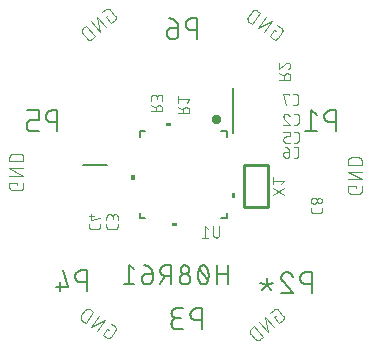
<source format=gbr>
G04 EAGLE Gerber RS-274X export*
G75*
%MOMM*%
%FSLAX34Y34*%
%LPD*%
%INSilkscreen Bottom*%
%IPPOS*%
%AMOC8*
5,1,8,0,0,1.08239X$1,22.5*%
G01*
%ADD10C,0.152400*%
%ADD11C,0.101600*%
%ADD12C,0.076200*%
%ADD13C,0.609600*%
%ADD14C,0.254000*%

G36*
X811729Y587123D02*
X811729Y587123D01*
X811731Y587122D01*
X811774Y587142D01*
X811818Y587160D01*
X811818Y587162D01*
X811820Y587163D01*
X811853Y587248D01*
X811853Y589788D01*
X811852Y589790D01*
X811853Y589792D01*
X811833Y589835D01*
X811815Y589879D01*
X811813Y589879D01*
X811812Y589881D01*
X811727Y589914D01*
X807917Y589914D01*
X807915Y589913D01*
X807913Y589914D01*
X807870Y589894D01*
X807826Y589876D01*
X807826Y589874D01*
X807824Y589873D01*
X807791Y589788D01*
X807791Y587248D01*
X807792Y587246D01*
X807791Y587244D01*
X807811Y587201D01*
X807829Y587157D01*
X807831Y587157D01*
X807832Y587155D01*
X807917Y587122D01*
X811727Y587122D01*
X811729Y587123D01*
G37*
G36*
X781179Y541569D02*
X781179Y541569D01*
X781181Y541568D01*
X781224Y541588D01*
X781268Y541606D01*
X781268Y541608D01*
X781270Y541609D01*
X781303Y541694D01*
X781303Y545504D01*
X781302Y545506D01*
X781303Y545508D01*
X781283Y545551D01*
X781265Y545595D01*
X781263Y545595D01*
X781262Y545597D01*
X781177Y545630D01*
X778637Y545630D01*
X778635Y545629D01*
X778633Y545630D01*
X778590Y545610D01*
X778546Y545592D01*
X778546Y545590D01*
X778544Y545589D01*
X778511Y545504D01*
X778511Y541694D01*
X778512Y541692D01*
X778511Y541690D01*
X778531Y541647D01*
X778549Y541603D01*
X778551Y541603D01*
X778552Y541601D01*
X778637Y541568D01*
X781177Y541568D01*
X781179Y541569D01*
G37*
G36*
X866015Y526566D02*
X866015Y526566D01*
X866017Y526565D01*
X866060Y526585D01*
X866104Y526603D01*
X866104Y526605D01*
X866106Y526606D01*
X866139Y526691D01*
X866139Y530501D01*
X866138Y530503D01*
X866139Y530505D01*
X866119Y530548D01*
X866101Y530592D01*
X866099Y530592D01*
X866098Y530594D01*
X866013Y530627D01*
X863473Y530627D01*
X863471Y530626D01*
X863469Y530627D01*
X863426Y530607D01*
X863382Y530589D01*
X863382Y530587D01*
X863380Y530586D01*
X863347Y530501D01*
X863347Y526691D01*
X863348Y526689D01*
X863347Y526687D01*
X863367Y526644D01*
X863385Y526600D01*
X863387Y526600D01*
X863388Y526598D01*
X863473Y526565D01*
X866013Y526565D01*
X866015Y526566D01*
G37*
G36*
X816730Y502287D02*
X816730Y502287D01*
X816732Y502286D01*
X816775Y502306D01*
X816819Y502324D01*
X816819Y502326D01*
X816821Y502327D01*
X816854Y502412D01*
X816854Y504952D01*
X816853Y504954D01*
X816854Y504956D01*
X816834Y504999D01*
X816816Y505043D01*
X816814Y505043D01*
X816813Y505045D01*
X816728Y505078D01*
X812918Y505078D01*
X812916Y505077D01*
X812914Y505078D01*
X812871Y505058D01*
X812827Y505040D01*
X812827Y505038D01*
X812825Y505037D01*
X812792Y504952D01*
X812792Y502412D01*
X812793Y502410D01*
X812792Y502408D01*
X812812Y502365D01*
X812830Y502321D01*
X812832Y502321D01*
X812833Y502319D01*
X812918Y502286D01*
X816728Y502286D01*
X816730Y502287D01*
G37*
D10*
X860060Y453200D02*
X860060Y469456D01*
X860060Y462231D02*
X851029Y462231D01*
X851029Y469456D02*
X851029Y453200D01*
X843907Y461328D02*
X843903Y461648D01*
X843892Y461967D01*
X843873Y462287D01*
X843846Y462605D01*
X843812Y462923D01*
X843770Y463240D01*
X843720Y463556D01*
X843663Y463871D01*
X843599Y464184D01*
X843527Y464496D01*
X843448Y464806D01*
X843361Y465113D01*
X843267Y465419D01*
X843166Y465722D01*
X843057Y466023D01*
X842942Y466321D01*
X842819Y466617D01*
X842689Y466909D01*
X842552Y467198D01*
X842553Y467198D02*
X842514Y467306D01*
X842471Y467413D01*
X842425Y467518D01*
X842374Y467622D01*
X842321Y467724D01*
X842264Y467824D01*
X842203Y467922D01*
X842139Y468017D01*
X842072Y468111D01*
X842001Y468202D01*
X841928Y468291D01*
X841851Y468377D01*
X841772Y468460D01*
X841690Y468541D01*
X841605Y468619D01*
X841517Y468693D01*
X841427Y468765D01*
X841335Y468833D01*
X841240Y468899D01*
X841143Y468961D01*
X841044Y469019D01*
X840942Y469075D01*
X840840Y469126D01*
X840735Y469174D01*
X840629Y469219D01*
X840521Y469260D01*
X840412Y469297D01*
X840302Y469330D01*
X840190Y469359D01*
X840078Y469385D01*
X839965Y469407D01*
X839851Y469424D01*
X839737Y469438D01*
X839622Y469448D01*
X839507Y469454D01*
X839392Y469456D01*
X839277Y469454D01*
X839162Y469448D01*
X839047Y469438D01*
X838933Y469424D01*
X838819Y469407D01*
X838706Y469385D01*
X838594Y469359D01*
X838482Y469330D01*
X838372Y469297D01*
X838263Y469260D01*
X838155Y469219D01*
X838049Y469174D01*
X837945Y469126D01*
X837842Y469075D01*
X837741Y469019D01*
X837641Y468961D01*
X837544Y468899D01*
X837450Y468834D01*
X837357Y468765D01*
X837267Y468693D01*
X837179Y468619D01*
X837094Y468541D01*
X837012Y468460D01*
X836933Y468377D01*
X836856Y468291D01*
X836783Y468202D01*
X836712Y468111D01*
X836645Y468017D01*
X836581Y467922D01*
X836520Y467824D01*
X836463Y467724D01*
X836410Y467622D01*
X836359Y467518D01*
X836313Y467413D01*
X836270Y467306D01*
X836231Y467198D01*
X836232Y467198D02*
X836095Y466909D01*
X835965Y466617D01*
X835842Y466321D01*
X835727Y466023D01*
X835618Y465722D01*
X835517Y465419D01*
X835423Y465113D01*
X835336Y464806D01*
X835257Y464496D01*
X835185Y464184D01*
X835121Y463871D01*
X835064Y463556D01*
X835014Y463240D01*
X834972Y462923D01*
X834938Y462605D01*
X834911Y462287D01*
X834892Y461967D01*
X834881Y461648D01*
X834877Y461328D01*
X843907Y461328D02*
X843903Y461008D01*
X843892Y460689D01*
X843873Y460369D01*
X843846Y460051D01*
X843812Y459733D01*
X843770Y459416D01*
X843720Y459100D01*
X843663Y458785D01*
X843599Y458472D01*
X843527Y458160D01*
X843448Y457850D01*
X843361Y457543D01*
X843267Y457237D01*
X843166Y456934D01*
X843057Y456633D01*
X842942Y456335D01*
X842819Y456039D01*
X842689Y455747D01*
X842552Y455458D01*
X842553Y455457D02*
X842514Y455349D01*
X842471Y455242D01*
X842425Y455137D01*
X842374Y455033D01*
X842321Y454931D01*
X842264Y454831D01*
X842203Y454733D01*
X842139Y454638D01*
X842072Y454544D01*
X842001Y454453D01*
X841928Y454364D01*
X841851Y454278D01*
X841772Y454195D01*
X841690Y454114D01*
X841605Y454036D01*
X841517Y453962D01*
X841427Y453890D01*
X841334Y453821D01*
X841240Y453756D01*
X841143Y453694D01*
X841043Y453636D01*
X840942Y453580D01*
X840840Y453529D01*
X840735Y453481D01*
X840629Y453436D01*
X840521Y453395D01*
X840412Y453358D01*
X840302Y453325D01*
X840190Y453296D01*
X840078Y453270D01*
X839965Y453248D01*
X839851Y453231D01*
X839737Y453217D01*
X839622Y453207D01*
X839507Y453201D01*
X839392Y453199D01*
X836232Y455458D02*
X836095Y455747D01*
X835965Y456039D01*
X835842Y456335D01*
X835727Y456633D01*
X835618Y456934D01*
X835517Y457237D01*
X835423Y457543D01*
X835336Y457850D01*
X835257Y458160D01*
X835185Y458472D01*
X835121Y458785D01*
X835064Y459100D01*
X835014Y459416D01*
X834972Y459733D01*
X834938Y460051D01*
X834911Y460369D01*
X834892Y460689D01*
X834881Y461008D01*
X834877Y461328D01*
X836231Y455457D02*
X836270Y455349D01*
X836313Y455242D01*
X836359Y455137D01*
X836410Y455033D01*
X836463Y454931D01*
X836521Y454831D01*
X836581Y454733D01*
X836645Y454638D01*
X836712Y454544D01*
X836783Y454453D01*
X836856Y454364D01*
X836933Y454278D01*
X837012Y454195D01*
X837094Y454114D01*
X837179Y454036D01*
X837267Y453962D01*
X837357Y453890D01*
X837450Y453821D01*
X837544Y453756D01*
X837641Y453694D01*
X837741Y453636D01*
X837842Y453580D01*
X837945Y453529D01*
X838049Y453481D01*
X838155Y453436D01*
X838263Y453395D01*
X838372Y453358D01*
X838482Y453325D01*
X838594Y453296D01*
X838706Y453270D01*
X838819Y453248D01*
X838933Y453231D01*
X839047Y453217D01*
X839162Y453207D01*
X839277Y453201D01*
X839392Y453199D01*
X843005Y456812D02*
X835780Y465843D01*
X828277Y457715D02*
X828275Y457848D01*
X828269Y457980D01*
X828259Y458112D01*
X828246Y458244D01*
X828228Y458376D01*
X828207Y458506D01*
X828182Y458637D01*
X828153Y458766D01*
X828120Y458894D01*
X828084Y459022D01*
X828044Y459148D01*
X828000Y459273D01*
X827952Y459397D01*
X827901Y459519D01*
X827846Y459640D01*
X827788Y459759D01*
X827726Y459877D01*
X827661Y459992D01*
X827592Y460106D01*
X827521Y460217D01*
X827445Y460326D01*
X827367Y460433D01*
X827286Y460538D01*
X827201Y460640D01*
X827114Y460740D01*
X827024Y460837D01*
X826931Y460932D01*
X826835Y461023D01*
X826737Y461112D01*
X826636Y461198D01*
X826532Y461281D01*
X826426Y461361D01*
X826318Y461437D01*
X826208Y461511D01*
X826095Y461581D01*
X825981Y461648D01*
X825864Y461711D01*
X825746Y461771D01*
X825626Y461828D01*
X825504Y461881D01*
X825381Y461930D01*
X825257Y461976D01*
X825131Y462018D01*
X825004Y462056D01*
X824876Y462091D01*
X824747Y462122D01*
X824618Y462149D01*
X824487Y462172D01*
X824356Y462192D01*
X824224Y462207D01*
X824092Y462219D01*
X823960Y462227D01*
X823827Y462231D01*
X823695Y462231D01*
X823562Y462227D01*
X823430Y462219D01*
X823298Y462207D01*
X823166Y462192D01*
X823035Y462172D01*
X822904Y462149D01*
X822775Y462122D01*
X822646Y462091D01*
X822518Y462056D01*
X822391Y462018D01*
X822265Y461976D01*
X822141Y461930D01*
X822018Y461881D01*
X821896Y461828D01*
X821776Y461771D01*
X821658Y461711D01*
X821541Y461648D01*
X821427Y461581D01*
X821314Y461511D01*
X821204Y461437D01*
X821096Y461361D01*
X820990Y461281D01*
X820886Y461198D01*
X820785Y461112D01*
X820687Y461023D01*
X820591Y460932D01*
X820498Y460837D01*
X820408Y460740D01*
X820321Y460640D01*
X820236Y460538D01*
X820155Y460433D01*
X820077Y460326D01*
X820001Y460217D01*
X819930Y460106D01*
X819861Y459992D01*
X819796Y459877D01*
X819734Y459759D01*
X819676Y459640D01*
X819621Y459519D01*
X819570Y459397D01*
X819522Y459273D01*
X819478Y459148D01*
X819438Y459022D01*
X819402Y458894D01*
X819369Y458766D01*
X819340Y458637D01*
X819315Y458506D01*
X819294Y458376D01*
X819276Y458244D01*
X819263Y458112D01*
X819253Y457980D01*
X819247Y457848D01*
X819245Y457715D01*
X819247Y457582D01*
X819253Y457450D01*
X819263Y457318D01*
X819276Y457186D01*
X819294Y457054D01*
X819315Y456924D01*
X819340Y456793D01*
X819369Y456664D01*
X819402Y456536D01*
X819438Y456408D01*
X819478Y456282D01*
X819522Y456157D01*
X819570Y456033D01*
X819621Y455911D01*
X819676Y455790D01*
X819734Y455671D01*
X819796Y455553D01*
X819861Y455438D01*
X819930Y455324D01*
X820001Y455213D01*
X820077Y455104D01*
X820155Y454997D01*
X820236Y454892D01*
X820321Y454790D01*
X820408Y454690D01*
X820498Y454593D01*
X820591Y454498D01*
X820687Y454407D01*
X820785Y454318D01*
X820886Y454232D01*
X820990Y454149D01*
X821096Y454069D01*
X821204Y453993D01*
X821314Y453919D01*
X821427Y453849D01*
X821541Y453782D01*
X821658Y453719D01*
X821776Y453659D01*
X821896Y453602D01*
X822018Y453549D01*
X822141Y453500D01*
X822265Y453454D01*
X822391Y453412D01*
X822518Y453374D01*
X822646Y453339D01*
X822775Y453308D01*
X822904Y453281D01*
X823035Y453258D01*
X823166Y453238D01*
X823298Y453223D01*
X823430Y453211D01*
X823562Y453203D01*
X823695Y453199D01*
X823827Y453199D01*
X823960Y453203D01*
X824092Y453211D01*
X824224Y453223D01*
X824356Y453238D01*
X824487Y453258D01*
X824618Y453281D01*
X824747Y453308D01*
X824876Y453339D01*
X825004Y453374D01*
X825131Y453412D01*
X825257Y453454D01*
X825381Y453500D01*
X825504Y453549D01*
X825626Y453602D01*
X825746Y453659D01*
X825864Y453719D01*
X825981Y453782D01*
X826095Y453849D01*
X826208Y453919D01*
X826318Y453993D01*
X826426Y454069D01*
X826532Y454149D01*
X826636Y454232D01*
X826737Y454318D01*
X826835Y454407D01*
X826931Y454498D01*
X827024Y454593D01*
X827114Y454690D01*
X827201Y454790D01*
X827286Y454892D01*
X827367Y454997D01*
X827445Y455104D01*
X827521Y455213D01*
X827592Y455324D01*
X827661Y455438D01*
X827726Y455553D01*
X827788Y455671D01*
X827846Y455790D01*
X827901Y455911D01*
X827952Y456033D01*
X828000Y456157D01*
X828044Y456282D01*
X828084Y456408D01*
X828120Y456536D01*
X828153Y456664D01*
X828182Y456793D01*
X828207Y456924D01*
X828228Y457054D01*
X828246Y457186D01*
X828259Y457318D01*
X828269Y457450D01*
X828275Y457582D01*
X828277Y457715D01*
X827373Y465843D02*
X827371Y465962D01*
X827365Y466082D01*
X827355Y466201D01*
X827341Y466319D01*
X827324Y466438D01*
X827302Y466555D01*
X827277Y466672D01*
X827247Y466787D01*
X827214Y466902D01*
X827177Y467016D01*
X827137Y467128D01*
X827092Y467239D01*
X827044Y467348D01*
X826993Y467456D01*
X826938Y467562D01*
X826879Y467666D01*
X826817Y467768D01*
X826752Y467868D01*
X826683Y467966D01*
X826611Y468062D01*
X826536Y468155D01*
X826459Y468245D01*
X826378Y468333D01*
X826294Y468418D01*
X826207Y468500D01*
X826118Y468580D01*
X826026Y468656D01*
X825932Y468730D01*
X825835Y468800D01*
X825737Y468867D01*
X825636Y468931D01*
X825532Y468991D01*
X825427Y469048D01*
X825320Y469101D01*
X825212Y469151D01*
X825102Y469197D01*
X824990Y469239D01*
X824877Y469278D01*
X824763Y469313D01*
X824648Y469344D01*
X824531Y469372D01*
X824414Y469395D01*
X824297Y469415D01*
X824178Y469431D01*
X824059Y469443D01*
X823940Y469451D01*
X823821Y469455D01*
X823701Y469455D01*
X823582Y469451D01*
X823463Y469443D01*
X823344Y469431D01*
X823225Y469415D01*
X823108Y469395D01*
X822991Y469372D01*
X822874Y469344D01*
X822759Y469313D01*
X822645Y469278D01*
X822532Y469239D01*
X822420Y469197D01*
X822310Y469151D01*
X822202Y469101D01*
X822095Y469048D01*
X821990Y468991D01*
X821886Y468931D01*
X821785Y468867D01*
X821687Y468800D01*
X821590Y468730D01*
X821496Y468656D01*
X821404Y468580D01*
X821315Y468500D01*
X821228Y468418D01*
X821144Y468333D01*
X821063Y468245D01*
X820986Y468155D01*
X820911Y468062D01*
X820839Y467966D01*
X820770Y467868D01*
X820705Y467768D01*
X820643Y467666D01*
X820584Y467562D01*
X820529Y467456D01*
X820478Y467348D01*
X820430Y467239D01*
X820385Y467128D01*
X820345Y467016D01*
X820308Y466902D01*
X820275Y466787D01*
X820245Y466672D01*
X820220Y466555D01*
X820198Y466438D01*
X820181Y466319D01*
X820167Y466201D01*
X820157Y466082D01*
X820151Y465962D01*
X820149Y465843D01*
X820151Y465724D01*
X820157Y465604D01*
X820167Y465485D01*
X820181Y465367D01*
X820198Y465248D01*
X820220Y465131D01*
X820245Y465014D01*
X820275Y464899D01*
X820308Y464784D01*
X820345Y464670D01*
X820385Y464558D01*
X820430Y464447D01*
X820478Y464338D01*
X820529Y464230D01*
X820584Y464124D01*
X820643Y464020D01*
X820705Y463918D01*
X820770Y463818D01*
X820839Y463720D01*
X820911Y463624D01*
X820986Y463531D01*
X821063Y463441D01*
X821144Y463353D01*
X821228Y463268D01*
X821315Y463186D01*
X821404Y463106D01*
X821496Y463030D01*
X821590Y462956D01*
X821687Y462886D01*
X821785Y462819D01*
X821886Y462755D01*
X821990Y462695D01*
X822095Y462638D01*
X822202Y462585D01*
X822310Y462535D01*
X822420Y462489D01*
X822532Y462447D01*
X822645Y462408D01*
X822759Y462373D01*
X822874Y462342D01*
X822991Y462314D01*
X823108Y462291D01*
X823225Y462271D01*
X823344Y462255D01*
X823463Y462243D01*
X823582Y462235D01*
X823701Y462231D01*
X823821Y462231D01*
X823940Y462235D01*
X824059Y462243D01*
X824178Y462255D01*
X824297Y462271D01*
X824414Y462291D01*
X824531Y462314D01*
X824648Y462342D01*
X824763Y462373D01*
X824877Y462408D01*
X824990Y462447D01*
X825102Y462489D01*
X825212Y462535D01*
X825320Y462585D01*
X825427Y462638D01*
X825532Y462695D01*
X825636Y462755D01*
X825737Y462819D01*
X825835Y462886D01*
X825932Y462956D01*
X826026Y463030D01*
X826118Y463106D01*
X826207Y463186D01*
X826294Y463268D01*
X826378Y463353D01*
X826459Y463441D01*
X826536Y463531D01*
X826611Y463624D01*
X826683Y463720D01*
X826752Y463818D01*
X826817Y463918D01*
X826879Y464020D01*
X826938Y464124D01*
X826993Y464230D01*
X827044Y464338D01*
X827092Y464447D01*
X827137Y464558D01*
X827177Y464670D01*
X827214Y464784D01*
X827247Y464899D01*
X827277Y465014D01*
X827302Y465131D01*
X827324Y465248D01*
X827341Y465367D01*
X827355Y465485D01*
X827365Y465604D01*
X827371Y465724D01*
X827373Y465843D01*
X812033Y469456D02*
X812033Y453200D01*
X812033Y469456D02*
X807517Y469456D01*
X807384Y469454D01*
X807252Y469448D01*
X807120Y469438D01*
X806988Y469425D01*
X806856Y469407D01*
X806726Y469386D01*
X806595Y469361D01*
X806466Y469332D01*
X806338Y469299D01*
X806210Y469263D01*
X806084Y469223D01*
X805959Y469179D01*
X805835Y469131D01*
X805713Y469080D01*
X805592Y469025D01*
X805473Y468967D01*
X805355Y468905D01*
X805240Y468840D01*
X805126Y468771D01*
X805015Y468700D01*
X804906Y468624D01*
X804799Y468546D01*
X804694Y468465D01*
X804592Y468380D01*
X804492Y468293D01*
X804395Y468203D01*
X804300Y468110D01*
X804209Y468014D01*
X804120Y467916D01*
X804034Y467815D01*
X803951Y467711D01*
X803871Y467605D01*
X803795Y467497D01*
X803721Y467387D01*
X803651Y467274D01*
X803584Y467160D01*
X803521Y467043D01*
X803461Y466925D01*
X803404Y466805D01*
X803351Y466683D01*
X803302Y466560D01*
X803256Y466436D01*
X803214Y466310D01*
X803176Y466183D01*
X803141Y466055D01*
X803110Y465926D01*
X803083Y465797D01*
X803060Y465666D01*
X803040Y465535D01*
X803025Y465403D01*
X803013Y465271D01*
X803005Y465139D01*
X803001Y465006D01*
X803001Y464874D01*
X803005Y464741D01*
X803013Y464609D01*
X803025Y464477D01*
X803040Y464345D01*
X803060Y464214D01*
X803083Y464083D01*
X803110Y463954D01*
X803141Y463825D01*
X803176Y463697D01*
X803214Y463570D01*
X803256Y463444D01*
X803302Y463320D01*
X803351Y463197D01*
X803404Y463075D01*
X803461Y462955D01*
X803521Y462837D01*
X803584Y462720D01*
X803651Y462606D01*
X803721Y462493D01*
X803795Y462383D01*
X803871Y462275D01*
X803951Y462169D01*
X804034Y462065D01*
X804120Y461964D01*
X804209Y461866D01*
X804300Y461770D01*
X804395Y461677D01*
X804492Y461587D01*
X804592Y461500D01*
X804694Y461415D01*
X804799Y461334D01*
X804906Y461256D01*
X805015Y461180D01*
X805126Y461109D01*
X805240Y461040D01*
X805355Y460975D01*
X805473Y460913D01*
X805592Y460855D01*
X805713Y460800D01*
X805835Y460749D01*
X805959Y460701D01*
X806084Y460657D01*
X806210Y460617D01*
X806338Y460581D01*
X806466Y460548D01*
X806595Y460519D01*
X806726Y460494D01*
X806856Y460473D01*
X806988Y460455D01*
X807120Y460442D01*
X807252Y460432D01*
X807384Y460426D01*
X807517Y460424D01*
X812033Y460424D01*
X806614Y460424D02*
X803001Y453200D01*
X796493Y462231D02*
X791074Y462231D01*
X791074Y462230D02*
X790956Y462228D01*
X790838Y462222D01*
X790720Y462213D01*
X790603Y462199D01*
X790486Y462182D01*
X790369Y462161D01*
X790254Y462136D01*
X790139Y462107D01*
X790025Y462074D01*
X789913Y462038D01*
X789802Y461998D01*
X789692Y461955D01*
X789583Y461908D01*
X789476Y461858D01*
X789371Y461803D01*
X789268Y461746D01*
X789167Y461685D01*
X789067Y461621D01*
X788970Y461554D01*
X788875Y461484D01*
X788783Y461410D01*
X788692Y461334D01*
X788605Y461254D01*
X788520Y461172D01*
X788438Y461087D01*
X788358Y461000D01*
X788282Y460909D01*
X788208Y460817D01*
X788138Y460722D01*
X788071Y460625D01*
X788007Y460525D01*
X787946Y460424D01*
X787889Y460321D01*
X787834Y460216D01*
X787784Y460109D01*
X787737Y460000D01*
X787694Y459890D01*
X787654Y459779D01*
X787618Y459667D01*
X787585Y459553D01*
X787556Y459438D01*
X787531Y459323D01*
X787510Y459206D01*
X787493Y459089D01*
X787479Y458972D01*
X787470Y458854D01*
X787464Y458736D01*
X787462Y458618D01*
X787462Y457715D01*
X787461Y457715D02*
X787463Y457582D01*
X787469Y457450D01*
X787479Y457318D01*
X787492Y457186D01*
X787510Y457054D01*
X787531Y456924D01*
X787556Y456793D01*
X787585Y456664D01*
X787618Y456536D01*
X787654Y456408D01*
X787694Y456282D01*
X787738Y456157D01*
X787786Y456033D01*
X787837Y455911D01*
X787892Y455790D01*
X787950Y455671D01*
X788012Y455553D01*
X788077Y455438D01*
X788146Y455324D01*
X788217Y455213D01*
X788293Y455104D01*
X788371Y454997D01*
X788452Y454892D01*
X788537Y454790D01*
X788624Y454690D01*
X788714Y454593D01*
X788807Y454498D01*
X788903Y454407D01*
X789001Y454318D01*
X789102Y454232D01*
X789206Y454149D01*
X789312Y454069D01*
X789420Y453993D01*
X789530Y453919D01*
X789643Y453849D01*
X789757Y453782D01*
X789874Y453719D01*
X789992Y453659D01*
X790112Y453602D01*
X790234Y453549D01*
X790357Y453500D01*
X790481Y453454D01*
X790607Y453412D01*
X790734Y453374D01*
X790862Y453339D01*
X790991Y453308D01*
X791120Y453281D01*
X791251Y453258D01*
X791382Y453238D01*
X791514Y453223D01*
X791646Y453211D01*
X791778Y453203D01*
X791911Y453199D01*
X792043Y453199D01*
X792176Y453203D01*
X792308Y453211D01*
X792440Y453223D01*
X792572Y453238D01*
X792703Y453258D01*
X792834Y453281D01*
X792963Y453308D01*
X793092Y453339D01*
X793220Y453374D01*
X793347Y453412D01*
X793473Y453454D01*
X793597Y453500D01*
X793720Y453549D01*
X793842Y453602D01*
X793962Y453659D01*
X794080Y453719D01*
X794197Y453782D01*
X794311Y453849D01*
X794424Y453919D01*
X794534Y453993D01*
X794642Y454069D01*
X794748Y454149D01*
X794852Y454232D01*
X794953Y454318D01*
X795051Y454407D01*
X795147Y454498D01*
X795240Y454593D01*
X795330Y454690D01*
X795417Y454790D01*
X795502Y454892D01*
X795583Y454997D01*
X795661Y455104D01*
X795737Y455213D01*
X795808Y455324D01*
X795877Y455438D01*
X795942Y455553D01*
X796004Y455671D01*
X796062Y455790D01*
X796117Y455911D01*
X796168Y456033D01*
X796216Y456157D01*
X796260Y456282D01*
X796300Y456408D01*
X796336Y456536D01*
X796369Y456664D01*
X796398Y456793D01*
X796423Y456924D01*
X796444Y457054D01*
X796462Y457186D01*
X796475Y457318D01*
X796485Y457450D01*
X796491Y457582D01*
X796493Y457715D01*
X796493Y462231D01*
X796491Y462406D01*
X796485Y462580D01*
X796474Y462754D01*
X796459Y462928D01*
X796440Y463102D01*
X796417Y463275D01*
X796390Y463447D01*
X796358Y463619D01*
X796323Y463790D01*
X796283Y463960D01*
X796239Y464129D01*
X796191Y464297D01*
X796139Y464464D01*
X796083Y464629D01*
X796023Y464793D01*
X795960Y464956D01*
X795892Y465116D01*
X795820Y465276D01*
X795745Y465433D01*
X795665Y465589D01*
X795582Y465742D01*
X795496Y465894D01*
X795405Y466043D01*
X795311Y466190D01*
X795214Y466335D01*
X795113Y466478D01*
X795009Y466618D01*
X794901Y466755D01*
X794790Y466890D01*
X794676Y467022D01*
X794559Y467151D01*
X794438Y467278D01*
X794315Y467401D01*
X794188Y467522D01*
X794059Y467639D01*
X793927Y467753D01*
X793792Y467864D01*
X793655Y467972D01*
X793515Y468076D01*
X793372Y468177D01*
X793227Y468274D01*
X793080Y468368D01*
X792931Y468459D01*
X792779Y468545D01*
X792626Y468628D01*
X792470Y468708D01*
X792313Y468783D01*
X792153Y468855D01*
X791993Y468923D01*
X791830Y468986D01*
X791666Y469046D01*
X791501Y469102D01*
X791334Y469154D01*
X791166Y469202D01*
X790997Y469246D01*
X790827Y469286D01*
X790656Y469321D01*
X790484Y469353D01*
X790312Y469380D01*
X790139Y469403D01*
X789965Y469422D01*
X789791Y469437D01*
X789617Y469448D01*
X789443Y469454D01*
X789268Y469456D01*
X780862Y465843D02*
X776346Y469456D01*
X776346Y453200D01*
X771831Y453200D02*
X780862Y453200D01*
D11*
X758082Y415635D02*
X759677Y414518D01*
X758082Y415635D02*
X754359Y410318D01*
X757549Y408084D01*
X757550Y408084D02*
X757633Y408029D01*
X757717Y407977D01*
X757804Y407928D01*
X757892Y407882D01*
X757982Y407840D01*
X758074Y407801D01*
X758167Y407766D01*
X758261Y407734D01*
X758356Y407706D01*
X758453Y407682D01*
X758550Y407661D01*
X758648Y407645D01*
X758747Y407631D01*
X758846Y407622D01*
X758945Y407617D01*
X759045Y407615D01*
X759144Y407617D01*
X759243Y407623D01*
X759342Y407633D01*
X759441Y407646D01*
X759539Y407664D01*
X759636Y407685D01*
X759732Y407709D01*
X759828Y407738D01*
X759922Y407770D01*
X760015Y407805D01*
X760106Y407844D01*
X760196Y407887D01*
X760284Y407933D01*
X760370Y407982D01*
X760455Y408035D01*
X760537Y408091D01*
X760617Y408150D01*
X760695Y408212D01*
X760770Y408277D01*
X760843Y408344D01*
X760913Y408415D01*
X760981Y408488D01*
X761045Y408564D01*
X761107Y408642D01*
X761166Y408722D01*
X764889Y414039D01*
X764944Y414122D01*
X764996Y414206D01*
X765045Y414293D01*
X765091Y414381D01*
X765133Y414471D01*
X765172Y414563D01*
X765207Y414656D01*
X765239Y414750D01*
X765267Y414845D01*
X765291Y414942D01*
X765312Y415039D01*
X765328Y415137D01*
X765342Y415236D01*
X765351Y415335D01*
X765356Y415434D01*
X765358Y415534D01*
X765356Y415633D01*
X765350Y415732D01*
X765340Y415831D01*
X765327Y415930D01*
X765309Y416028D01*
X765288Y416125D01*
X765264Y416221D01*
X765235Y416317D01*
X765203Y416411D01*
X765168Y416504D01*
X765129Y416595D01*
X765086Y416685D01*
X765040Y416773D01*
X764991Y416859D01*
X764938Y416944D01*
X764882Y417026D01*
X764823Y417106D01*
X764761Y417184D01*
X764696Y417259D01*
X764629Y417332D01*
X764558Y417402D01*
X764485Y417470D01*
X764409Y417534D01*
X764331Y417596D01*
X764251Y417655D01*
X761061Y419889D01*
X756391Y423159D02*
X749689Y413588D01*
X744372Y417311D02*
X756391Y423159D01*
X751074Y426882D02*
X744372Y417311D01*
X739702Y420581D02*
X746404Y430152D01*
X743745Y432013D01*
X743746Y432014D02*
X743652Y432077D01*
X743556Y432137D01*
X743458Y432194D01*
X743358Y432247D01*
X743256Y432297D01*
X743152Y432343D01*
X743047Y432385D01*
X742941Y432424D01*
X742833Y432459D01*
X742724Y432490D01*
X742614Y432518D01*
X742503Y432541D01*
X742392Y432561D01*
X742280Y432577D01*
X742167Y432589D01*
X742054Y432597D01*
X741941Y432601D01*
X741827Y432601D01*
X741714Y432597D01*
X741601Y432589D01*
X741488Y432577D01*
X741376Y432561D01*
X741265Y432541D01*
X741154Y432518D01*
X741044Y432490D01*
X740935Y432459D01*
X740827Y432424D01*
X740721Y432385D01*
X740616Y432343D01*
X740512Y432297D01*
X740410Y432247D01*
X740310Y432194D01*
X740212Y432137D01*
X740116Y432077D01*
X740022Y432014D01*
X739931Y431947D01*
X739841Y431878D01*
X739754Y431805D01*
X739670Y431729D01*
X739589Y431650D01*
X739510Y431569D01*
X739434Y431485D01*
X739361Y431398D01*
X739292Y431309D01*
X739225Y431217D01*
X739225Y431216D02*
X736247Y426963D01*
X736246Y426963D02*
X736183Y426869D01*
X736123Y426773D01*
X736066Y426675D01*
X736013Y426575D01*
X735963Y426473D01*
X735917Y426369D01*
X735875Y426264D01*
X735836Y426158D01*
X735801Y426050D01*
X735770Y425941D01*
X735742Y425831D01*
X735719Y425720D01*
X735699Y425609D01*
X735683Y425497D01*
X735671Y425384D01*
X735663Y425271D01*
X735659Y425158D01*
X735659Y425044D01*
X735663Y424931D01*
X735671Y424818D01*
X735683Y424705D01*
X735699Y424593D01*
X735719Y424482D01*
X735742Y424371D01*
X735770Y424261D01*
X735801Y424152D01*
X735836Y424044D01*
X735875Y423938D01*
X735917Y423833D01*
X735963Y423729D01*
X736013Y423627D01*
X736066Y423527D01*
X736123Y423429D01*
X736183Y423333D01*
X736246Y423239D01*
X736313Y423147D01*
X736382Y423058D01*
X736455Y422971D01*
X736531Y422887D01*
X736610Y422806D01*
X736691Y422727D01*
X736775Y422651D01*
X736862Y422578D01*
X736952Y422509D01*
X737043Y422442D01*
X737044Y422442D02*
X739702Y420581D01*
X899514Y425404D02*
X901006Y426655D01*
X899514Y425404D02*
X903687Y420431D01*
X906670Y422934D01*
X906745Y423000D01*
X906817Y423068D01*
X906887Y423139D01*
X906954Y423212D01*
X907018Y423288D01*
X907079Y423367D01*
X907137Y423448D01*
X907192Y423531D01*
X907244Y423615D01*
X907292Y423702D01*
X907337Y423791D01*
X907379Y423881D01*
X907417Y423973D01*
X907452Y424066D01*
X907483Y424161D01*
X907510Y424256D01*
X907534Y424353D01*
X907554Y424450D01*
X907570Y424549D01*
X907582Y424647D01*
X907591Y424746D01*
X907596Y424846D01*
X907597Y424945D01*
X907594Y425045D01*
X907588Y425144D01*
X907577Y425243D01*
X907563Y425341D01*
X907545Y425439D01*
X907524Y425536D01*
X907498Y425632D01*
X907469Y425727D01*
X907437Y425821D01*
X907400Y425914D01*
X907361Y426005D01*
X907318Y426095D01*
X907271Y426183D01*
X907221Y426269D01*
X907168Y426353D01*
X907112Y426435D01*
X907052Y426514D01*
X906990Y426592D01*
X902818Y431565D01*
X902753Y431640D01*
X902685Y431713D01*
X902614Y431782D01*
X902540Y431849D01*
X902464Y431914D01*
X902386Y431975D01*
X902305Y432033D01*
X902222Y432088D01*
X902137Y432140D01*
X902050Y432188D01*
X901961Y432233D01*
X901871Y432275D01*
X901779Y432313D01*
X901686Y432348D01*
X901591Y432379D01*
X901496Y432406D01*
X901399Y432430D01*
X901302Y432450D01*
X901204Y432466D01*
X901105Y432478D01*
X901006Y432487D01*
X900906Y432492D01*
X900807Y432493D01*
X900707Y432490D01*
X900608Y432484D01*
X900509Y432473D01*
X900411Y432459D01*
X900313Y432441D01*
X900216Y432420D01*
X900120Y432394D01*
X900024Y432365D01*
X899930Y432333D01*
X899838Y432296D01*
X899747Y432257D01*
X899657Y432213D01*
X899569Y432167D01*
X899483Y432117D01*
X899399Y432064D01*
X899317Y432007D01*
X899237Y431948D01*
X899160Y431885D01*
X896176Y429382D01*
X891809Y425717D02*
X899320Y416767D01*
X894347Y412594D02*
X891809Y425717D01*
X886837Y421545D02*
X894347Y412594D01*
X889980Y408930D02*
X882470Y417880D01*
X879983Y415794D01*
X879984Y415795D02*
X879898Y415720D01*
X879815Y415643D01*
X879735Y415563D01*
X879658Y415480D01*
X879583Y415395D01*
X879512Y415306D01*
X879444Y415216D01*
X879379Y415123D01*
X879317Y415028D01*
X879259Y414931D01*
X879204Y414832D01*
X879153Y414731D01*
X879105Y414628D01*
X879060Y414524D01*
X879020Y414418D01*
X878983Y414311D01*
X878950Y414203D01*
X878920Y414093D01*
X878895Y413983D01*
X878873Y413872D01*
X878856Y413760D01*
X878842Y413647D01*
X878832Y413534D01*
X878826Y413421D01*
X878824Y413308D01*
X878826Y413195D01*
X878832Y413082D01*
X878842Y412969D01*
X878856Y412856D01*
X878873Y412744D01*
X878895Y412633D01*
X878920Y412523D01*
X878950Y412413D01*
X878983Y412305D01*
X879020Y412198D01*
X879060Y412092D01*
X879105Y411988D01*
X879153Y411885D01*
X879204Y411784D01*
X879259Y411685D01*
X879317Y411588D01*
X879379Y411493D01*
X879444Y411400D01*
X879512Y411310D01*
X879583Y411222D01*
X882921Y407244D01*
X882996Y407158D01*
X883073Y407075D01*
X883153Y406995D01*
X883236Y406918D01*
X883322Y406843D01*
X883410Y406772D01*
X883500Y406704D01*
X883593Y406639D01*
X883688Y406577D01*
X883785Y406519D01*
X883884Y406464D01*
X883985Y406413D01*
X884088Y406365D01*
X884192Y406320D01*
X884298Y406280D01*
X884405Y406243D01*
X884513Y406210D01*
X884623Y406180D01*
X884733Y406155D01*
X884844Y406133D01*
X884956Y406116D01*
X885069Y406102D01*
X885182Y406092D01*
X885295Y406086D01*
X885408Y406084D01*
X885521Y406086D01*
X885634Y406092D01*
X885747Y406102D01*
X885860Y406116D01*
X885972Y406133D01*
X886083Y406155D01*
X886193Y406180D01*
X886303Y406210D01*
X886411Y406243D01*
X886518Y406280D01*
X886624Y406320D01*
X886728Y406365D01*
X886831Y406413D01*
X886932Y406464D01*
X887031Y406519D01*
X887128Y406577D01*
X887223Y406639D01*
X887316Y406704D01*
X887406Y406772D01*
X887495Y406843D01*
X887494Y406844D02*
X889980Y408930D01*
X900787Y667439D02*
X899191Y668556D01*
X895468Y663239D01*
X898659Y661005D01*
X898742Y660950D01*
X898826Y660898D01*
X898913Y660849D01*
X899001Y660803D01*
X899091Y660761D01*
X899183Y660722D01*
X899276Y660687D01*
X899370Y660655D01*
X899465Y660627D01*
X899562Y660603D01*
X899659Y660582D01*
X899757Y660566D01*
X899856Y660552D01*
X899955Y660543D01*
X900054Y660538D01*
X900154Y660536D01*
X900253Y660538D01*
X900352Y660544D01*
X900451Y660554D01*
X900550Y660567D01*
X900648Y660585D01*
X900745Y660606D01*
X900841Y660630D01*
X900937Y660659D01*
X901031Y660691D01*
X901124Y660726D01*
X901215Y660765D01*
X901305Y660808D01*
X901393Y660854D01*
X901479Y660903D01*
X901564Y660956D01*
X901646Y661012D01*
X901726Y661071D01*
X901804Y661133D01*
X901879Y661198D01*
X901952Y661265D01*
X902022Y661336D01*
X902090Y661409D01*
X902154Y661485D01*
X902216Y661563D01*
X902275Y661643D01*
X902275Y661642D02*
X905998Y666960D01*
X906053Y667043D01*
X906105Y667127D01*
X906154Y667214D01*
X906200Y667302D01*
X906242Y667392D01*
X906281Y667484D01*
X906316Y667577D01*
X906348Y667671D01*
X906376Y667766D01*
X906400Y667863D01*
X906421Y667960D01*
X906437Y668058D01*
X906451Y668157D01*
X906460Y668256D01*
X906465Y668355D01*
X906467Y668455D01*
X906465Y668554D01*
X906459Y668653D01*
X906449Y668752D01*
X906436Y668851D01*
X906418Y668949D01*
X906397Y669046D01*
X906373Y669142D01*
X906344Y669238D01*
X906312Y669332D01*
X906277Y669425D01*
X906238Y669516D01*
X906195Y669606D01*
X906149Y669694D01*
X906100Y669780D01*
X906047Y669865D01*
X905991Y669947D01*
X905932Y670027D01*
X905870Y670105D01*
X905805Y670180D01*
X905738Y670253D01*
X905667Y670323D01*
X905594Y670391D01*
X905518Y670455D01*
X905440Y670517D01*
X905360Y670576D01*
X902170Y672810D01*
X897500Y676080D02*
X890798Y666509D01*
X885481Y670232D02*
X897500Y676080D01*
X892183Y679803D02*
X885481Y670232D01*
X880811Y673502D02*
X887513Y683073D01*
X884854Y684934D01*
X884855Y684935D02*
X884761Y684998D01*
X884665Y685058D01*
X884567Y685115D01*
X884467Y685168D01*
X884365Y685218D01*
X884261Y685264D01*
X884156Y685306D01*
X884050Y685345D01*
X883942Y685380D01*
X883833Y685411D01*
X883723Y685439D01*
X883612Y685462D01*
X883501Y685482D01*
X883389Y685498D01*
X883276Y685510D01*
X883163Y685518D01*
X883050Y685522D01*
X882936Y685522D01*
X882823Y685518D01*
X882710Y685510D01*
X882597Y685498D01*
X882485Y685482D01*
X882374Y685462D01*
X882263Y685439D01*
X882153Y685411D01*
X882044Y685380D01*
X881936Y685345D01*
X881830Y685306D01*
X881725Y685264D01*
X881621Y685218D01*
X881519Y685168D01*
X881419Y685115D01*
X881321Y685058D01*
X881225Y684998D01*
X881131Y684935D01*
X881040Y684868D01*
X880950Y684799D01*
X880863Y684726D01*
X880779Y684650D01*
X880698Y684571D01*
X880619Y684490D01*
X880543Y684406D01*
X880470Y684319D01*
X880401Y684230D01*
X880334Y684138D01*
X880334Y684137D02*
X877356Y679883D01*
X877355Y679884D02*
X877292Y679790D01*
X877232Y679694D01*
X877175Y679596D01*
X877122Y679496D01*
X877072Y679394D01*
X877026Y679290D01*
X876984Y679185D01*
X876945Y679079D01*
X876910Y678971D01*
X876879Y678862D01*
X876851Y678752D01*
X876828Y678641D01*
X876808Y678530D01*
X876792Y678418D01*
X876780Y678305D01*
X876772Y678192D01*
X876768Y678079D01*
X876768Y677965D01*
X876772Y677852D01*
X876780Y677739D01*
X876792Y677626D01*
X876808Y677514D01*
X876828Y677403D01*
X876851Y677292D01*
X876879Y677182D01*
X876910Y677073D01*
X876945Y676965D01*
X876984Y676859D01*
X877026Y676754D01*
X877072Y676650D01*
X877122Y676548D01*
X877175Y676448D01*
X877232Y676350D01*
X877292Y676254D01*
X877355Y676160D01*
X877422Y676068D01*
X877491Y675979D01*
X877564Y675892D01*
X877640Y675808D01*
X877719Y675727D01*
X877800Y675648D01*
X877884Y675572D01*
X877971Y675499D01*
X878061Y675430D01*
X878152Y675363D01*
X878153Y675363D02*
X880811Y673502D01*
X681742Y539426D02*
X681742Y537478D01*
X681742Y539426D02*
X675251Y539426D01*
X675251Y535531D01*
X675252Y535531D02*
X675254Y535432D01*
X675260Y535332D01*
X675269Y535233D01*
X675282Y535135D01*
X675299Y535037D01*
X675320Y534939D01*
X675345Y534843D01*
X675373Y534748D01*
X675405Y534654D01*
X675440Y534561D01*
X675479Y534469D01*
X675522Y534379D01*
X675567Y534291D01*
X675617Y534204D01*
X675669Y534120D01*
X675725Y534037D01*
X675783Y533957D01*
X675845Y533879D01*
X675910Y533804D01*
X675978Y533731D01*
X676048Y533661D01*
X676121Y533593D01*
X676196Y533528D01*
X676274Y533466D01*
X676354Y533408D01*
X676437Y533352D01*
X676521Y533300D01*
X676608Y533250D01*
X676696Y533205D01*
X676786Y533162D01*
X676878Y533123D01*
X676971Y533088D01*
X677065Y533056D01*
X677160Y533028D01*
X677256Y533003D01*
X677354Y532982D01*
X677452Y532965D01*
X677550Y532952D01*
X677649Y532943D01*
X677749Y532937D01*
X677848Y532935D01*
X684339Y532935D01*
X684438Y532937D01*
X684538Y532943D01*
X684637Y532952D01*
X684735Y532965D01*
X684833Y532982D01*
X684931Y533003D01*
X685027Y533028D01*
X685122Y533056D01*
X685216Y533088D01*
X685309Y533123D01*
X685401Y533162D01*
X685491Y533205D01*
X685579Y533250D01*
X685666Y533300D01*
X685750Y533352D01*
X685833Y533408D01*
X685913Y533466D01*
X685991Y533528D01*
X686066Y533593D01*
X686139Y533661D01*
X686209Y533731D01*
X686277Y533804D01*
X686342Y533879D01*
X686404Y533957D01*
X686462Y534037D01*
X686518Y534120D01*
X686570Y534204D01*
X686620Y534291D01*
X686665Y534379D01*
X686708Y534469D01*
X686747Y534561D01*
X686782Y534653D01*
X686814Y534748D01*
X686842Y534843D01*
X686867Y534939D01*
X686888Y535037D01*
X686905Y535135D01*
X686918Y535233D01*
X686927Y535332D01*
X686933Y535432D01*
X686935Y535531D01*
X686935Y539426D01*
X686935Y545126D02*
X675251Y545126D01*
X675251Y551618D02*
X686935Y545126D01*
X686935Y551618D02*
X675251Y551618D01*
X675251Y557318D02*
X686935Y557318D01*
X686935Y560564D01*
X686936Y560564D02*
X686934Y560677D01*
X686928Y560790D01*
X686918Y560903D01*
X686904Y561016D01*
X686887Y561128D01*
X686865Y561239D01*
X686840Y561349D01*
X686810Y561459D01*
X686777Y561567D01*
X686740Y561674D01*
X686700Y561780D01*
X686655Y561884D01*
X686607Y561987D01*
X686556Y562088D01*
X686501Y562187D01*
X686443Y562284D01*
X686381Y562379D01*
X686316Y562472D01*
X686248Y562562D01*
X686177Y562650D01*
X686102Y562736D01*
X686025Y562819D01*
X685945Y562899D01*
X685862Y562976D01*
X685776Y563051D01*
X685688Y563122D01*
X685598Y563190D01*
X685505Y563255D01*
X685410Y563317D01*
X685313Y563375D01*
X685214Y563430D01*
X685113Y563481D01*
X685010Y563529D01*
X684906Y563574D01*
X684800Y563614D01*
X684693Y563651D01*
X684585Y563684D01*
X684475Y563714D01*
X684365Y563739D01*
X684254Y563761D01*
X684142Y563778D01*
X684029Y563792D01*
X683916Y563802D01*
X683803Y563808D01*
X683690Y563810D01*
X678497Y563810D01*
X678384Y563808D01*
X678271Y563802D01*
X678158Y563792D01*
X678045Y563778D01*
X677933Y563761D01*
X677822Y563739D01*
X677712Y563714D01*
X677602Y563684D01*
X677494Y563651D01*
X677387Y563614D01*
X677281Y563574D01*
X677177Y563529D01*
X677074Y563481D01*
X676973Y563430D01*
X676874Y563375D01*
X676777Y563317D01*
X676682Y563255D01*
X676589Y563190D01*
X676499Y563122D01*
X676411Y563051D01*
X676325Y562976D01*
X676242Y562899D01*
X676162Y562819D01*
X676085Y562736D01*
X676010Y562650D01*
X675939Y562562D01*
X675871Y562472D01*
X675806Y562379D01*
X675744Y562284D01*
X675686Y562187D01*
X675631Y562088D01*
X675580Y561987D01*
X675532Y561884D01*
X675487Y561780D01*
X675447Y561674D01*
X675410Y561567D01*
X675377Y561459D01*
X675347Y561349D01*
X675322Y561239D01*
X675300Y561128D01*
X675283Y561016D01*
X675269Y560903D01*
X675259Y560790D01*
X675253Y560677D01*
X675251Y560564D01*
X675251Y557318D01*
X968340Y536416D02*
X968340Y534468D01*
X968340Y536416D02*
X961849Y536416D01*
X961849Y532521D01*
X961851Y532422D01*
X961857Y532322D01*
X961866Y532223D01*
X961879Y532125D01*
X961896Y532027D01*
X961917Y531929D01*
X961942Y531833D01*
X961970Y531738D01*
X962002Y531644D01*
X962037Y531551D01*
X962076Y531459D01*
X962119Y531369D01*
X962164Y531281D01*
X962214Y531194D01*
X962266Y531110D01*
X962322Y531027D01*
X962380Y530947D01*
X962442Y530869D01*
X962507Y530794D01*
X962575Y530721D01*
X962645Y530651D01*
X962718Y530583D01*
X962793Y530518D01*
X962871Y530456D01*
X962951Y530398D01*
X963034Y530342D01*
X963118Y530290D01*
X963205Y530240D01*
X963293Y530195D01*
X963383Y530152D01*
X963475Y530113D01*
X963568Y530078D01*
X963662Y530046D01*
X963757Y530018D01*
X963853Y529993D01*
X963951Y529972D01*
X964049Y529955D01*
X964147Y529942D01*
X964246Y529933D01*
X964346Y529927D01*
X964445Y529925D01*
X964445Y529924D02*
X970936Y529924D01*
X970936Y529925D02*
X971035Y529927D01*
X971135Y529933D01*
X971234Y529942D01*
X971332Y529955D01*
X971430Y529972D01*
X971528Y529993D01*
X971624Y530018D01*
X971719Y530046D01*
X971813Y530078D01*
X971906Y530113D01*
X971998Y530152D01*
X972088Y530195D01*
X972176Y530240D01*
X972263Y530290D01*
X972347Y530342D01*
X972430Y530398D01*
X972510Y530456D01*
X972588Y530518D01*
X972663Y530583D01*
X972736Y530651D01*
X972806Y530721D01*
X972874Y530794D01*
X972939Y530869D01*
X973001Y530947D01*
X973059Y531027D01*
X973115Y531110D01*
X973167Y531194D01*
X973217Y531281D01*
X973262Y531369D01*
X973305Y531459D01*
X973344Y531551D01*
X973379Y531643D01*
X973411Y531738D01*
X973439Y531833D01*
X973464Y531929D01*
X973485Y532027D01*
X973502Y532125D01*
X973515Y532223D01*
X973524Y532322D01*
X973530Y532422D01*
X973532Y532521D01*
X973533Y532521D02*
X973533Y536416D01*
X973533Y542116D02*
X961849Y542116D01*
X961849Y548608D02*
X973533Y542116D01*
X973533Y548608D02*
X961849Y548608D01*
X961849Y554308D02*
X973533Y554308D01*
X973533Y557554D01*
X973531Y557667D01*
X973525Y557780D01*
X973515Y557893D01*
X973501Y558006D01*
X973484Y558118D01*
X973462Y558229D01*
X973437Y558339D01*
X973407Y558449D01*
X973374Y558557D01*
X973337Y558664D01*
X973297Y558770D01*
X973252Y558874D01*
X973204Y558977D01*
X973153Y559078D01*
X973098Y559177D01*
X973040Y559274D01*
X972978Y559369D01*
X972913Y559462D01*
X972845Y559552D01*
X972774Y559640D01*
X972699Y559726D01*
X972622Y559809D01*
X972542Y559889D01*
X972459Y559966D01*
X972373Y560041D01*
X972285Y560112D01*
X972195Y560180D01*
X972102Y560245D01*
X972007Y560307D01*
X971910Y560365D01*
X971811Y560420D01*
X971710Y560471D01*
X971607Y560519D01*
X971503Y560564D01*
X971397Y560604D01*
X971290Y560641D01*
X971182Y560674D01*
X971072Y560704D01*
X970962Y560729D01*
X970851Y560751D01*
X970739Y560768D01*
X970626Y560782D01*
X970513Y560792D01*
X970400Y560798D01*
X970287Y560800D01*
X970287Y560799D02*
X965094Y560799D01*
X965094Y560800D02*
X964981Y560798D01*
X964868Y560792D01*
X964755Y560782D01*
X964642Y560768D01*
X964530Y560751D01*
X964419Y560729D01*
X964309Y560704D01*
X964199Y560674D01*
X964091Y560641D01*
X963984Y560604D01*
X963878Y560564D01*
X963774Y560519D01*
X963671Y560471D01*
X963570Y560420D01*
X963471Y560365D01*
X963374Y560307D01*
X963279Y560245D01*
X963186Y560180D01*
X963096Y560112D01*
X963008Y560041D01*
X962922Y559966D01*
X962839Y559889D01*
X962759Y559809D01*
X962682Y559726D01*
X962607Y559640D01*
X962536Y559552D01*
X962468Y559462D01*
X962403Y559369D01*
X962341Y559274D01*
X962283Y559177D01*
X962228Y559078D01*
X962177Y558977D01*
X962129Y558874D01*
X962084Y558770D01*
X962044Y558664D01*
X962007Y558557D01*
X961974Y558449D01*
X961944Y558339D01*
X961919Y558229D01*
X961897Y558118D01*
X961880Y558006D01*
X961866Y557893D01*
X961856Y557780D01*
X961850Y557667D01*
X961848Y557554D01*
X961849Y557554D02*
X961849Y554308D01*
D10*
X931192Y463581D02*
X931192Y445801D01*
X931192Y463581D02*
X926253Y463581D01*
X926113Y463579D01*
X925974Y463573D01*
X925834Y463563D01*
X925695Y463549D01*
X925556Y463532D01*
X925418Y463510D01*
X925281Y463484D01*
X925144Y463455D01*
X925008Y463422D01*
X924874Y463385D01*
X924740Y463344D01*
X924608Y463299D01*
X924476Y463250D01*
X924347Y463198D01*
X924219Y463143D01*
X924092Y463083D01*
X923967Y463020D01*
X923844Y462954D01*
X923723Y462884D01*
X923604Y462811D01*
X923487Y462734D01*
X923373Y462654D01*
X923260Y462571D01*
X923150Y462485D01*
X923043Y462395D01*
X922938Y462303D01*
X922836Y462208D01*
X922736Y462110D01*
X922639Y462009D01*
X922545Y461905D01*
X922455Y461799D01*
X922367Y461690D01*
X922282Y461579D01*
X922201Y461465D01*
X922122Y461350D01*
X922047Y461232D01*
X921976Y461112D01*
X921908Y460989D01*
X921843Y460866D01*
X921782Y460740D01*
X921724Y460612D01*
X921670Y460484D01*
X921620Y460353D01*
X921573Y460221D01*
X921530Y460088D01*
X921491Y459954D01*
X921456Y459819D01*
X921425Y459683D01*
X921397Y459545D01*
X921374Y459408D01*
X921354Y459269D01*
X921338Y459130D01*
X921326Y458991D01*
X921318Y458852D01*
X921314Y458712D01*
X921314Y458572D01*
X921318Y458432D01*
X921326Y458293D01*
X921338Y458154D01*
X921354Y458015D01*
X921374Y457876D01*
X921397Y457739D01*
X921425Y457601D01*
X921456Y457465D01*
X921491Y457330D01*
X921530Y457196D01*
X921573Y457063D01*
X921620Y456931D01*
X921670Y456800D01*
X921724Y456672D01*
X921782Y456544D01*
X921843Y456418D01*
X921908Y456295D01*
X921976Y456173D01*
X922047Y456052D01*
X922122Y455934D01*
X922201Y455819D01*
X922282Y455705D01*
X922367Y455594D01*
X922455Y455485D01*
X922545Y455379D01*
X922639Y455275D01*
X922736Y455174D01*
X922836Y455076D01*
X922938Y454981D01*
X923043Y454889D01*
X923150Y454799D01*
X923260Y454713D01*
X923373Y454630D01*
X923487Y454550D01*
X923604Y454473D01*
X923723Y454400D01*
X923844Y454330D01*
X923967Y454264D01*
X924092Y454201D01*
X924219Y454141D01*
X924347Y454086D01*
X924476Y454034D01*
X924608Y453985D01*
X924740Y453940D01*
X924874Y453899D01*
X925008Y453862D01*
X925144Y453829D01*
X925281Y453800D01*
X925418Y453774D01*
X925556Y453752D01*
X925695Y453735D01*
X925834Y453721D01*
X925974Y453711D01*
X926113Y453705D01*
X926253Y453703D01*
X931192Y453703D01*
X909764Y463581D02*
X909632Y463579D01*
X909501Y463573D01*
X909369Y463563D01*
X909238Y463550D01*
X909108Y463532D01*
X908978Y463511D01*
X908848Y463486D01*
X908720Y463457D01*
X908592Y463424D01*
X908466Y463387D01*
X908340Y463347D01*
X908216Y463303D01*
X908093Y463255D01*
X907972Y463204D01*
X907852Y463149D01*
X907734Y463091D01*
X907618Y463029D01*
X907504Y462963D01*
X907391Y462895D01*
X907281Y462823D01*
X907173Y462748D01*
X907067Y462669D01*
X906963Y462588D01*
X906862Y462503D01*
X906764Y462416D01*
X906668Y462325D01*
X906575Y462232D01*
X906484Y462136D01*
X906397Y462038D01*
X906312Y461937D01*
X906231Y461833D01*
X906152Y461727D01*
X906077Y461619D01*
X906005Y461509D01*
X905937Y461396D01*
X905871Y461282D01*
X905809Y461166D01*
X905751Y461048D01*
X905696Y460928D01*
X905645Y460807D01*
X905597Y460684D01*
X905553Y460560D01*
X905513Y460434D01*
X905476Y460308D01*
X905443Y460180D01*
X905414Y460052D01*
X905389Y459922D01*
X905368Y459792D01*
X905350Y459662D01*
X905337Y459531D01*
X905327Y459399D01*
X905321Y459268D01*
X905319Y459136D01*
X909764Y463582D02*
X909914Y463580D01*
X910063Y463574D01*
X910212Y463564D01*
X910361Y463551D01*
X910510Y463533D01*
X910658Y463512D01*
X910806Y463486D01*
X910952Y463457D01*
X911098Y463424D01*
X911243Y463387D01*
X911387Y463346D01*
X911530Y463302D01*
X911672Y463254D01*
X911812Y463202D01*
X911951Y463147D01*
X912089Y463088D01*
X912224Y463025D01*
X912359Y462959D01*
X912491Y462889D01*
X912621Y462816D01*
X912750Y462739D01*
X912877Y462659D01*
X913001Y462576D01*
X913123Y462490D01*
X913243Y462400D01*
X913360Y462307D01*
X913475Y462212D01*
X913588Y462113D01*
X913698Y462011D01*
X913805Y461907D01*
X913909Y461800D01*
X914011Y461690D01*
X914109Y461577D01*
X914205Y461462D01*
X914297Y461344D01*
X914387Y461224D01*
X914473Y461102D01*
X914556Y460978D01*
X914636Y460851D01*
X914712Y460723D01*
X914785Y460592D01*
X914855Y460459D01*
X914921Y460325D01*
X914983Y460189D01*
X915042Y460052D01*
X915098Y459913D01*
X915149Y459772D01*
X915197Y459631D01*
X906801Y455679D02*
X906705Y455772D01*
X906613Y455868D01*
X906523Y455967D01*
X906436Y456068D01*
X906352Y456171D01*
X906270Y456276D01*
X906192Y456384D01*
X906117Y456494D01*
X906044Y456606D01*
X905975Y456720D01*
X905909Y456836D01*
X905847Y456954D01*
X905788Y457073D01*
X905732Y457194D01*
X905679Y457317D01*
X905630Y457441D01*
X905585Y457566D01*
X905542Y457693D01*
X905504Y457820D01*
X905469Y457949D01*
X905438Y458078D01*
X905410Y458209D01*
X905386Y458340D01*
X905365Y458472D01*
X905349Y458604D01*
X905336Y458737D01*
X905326Y458870D01*
X905321Y459003D01*
X905319Y459136D01*
X906800Y455679D02*
X915196Y445801D01*
X905319Y445801D01*
X892949Y452716D02*
X892949Y458642D01*
X892949Y452716D02*
X889492Y448271D01*
X892949Y452716D02*
X896406Y448271D01*
X892949Y452716D02*
X887516Y454691D01*
X892949Y452716D02*
X898382Y454691D01*
X740692Y447247D02*
X740692Y465027D01*
X735753Y465027D01*
X735613Y465025D01*
X735474Y465019D01*
X735334Y465009D01*
X735195Y464995D01*
X735056Y464978D01*
X734918Y464956D01*
X734781Y464930D01*
X734644Y464901D01*
X734508Y464868D01*
X734374Y464831D01*
X734240Y464790D01*
X734108Y464745D01*
X733976Y464696D01*
X733847Y464644D01*
X733719Y464589D01*
X733592Y464529D01*
X733467Y464466D01*
X733344Y464400D01*
X733223Y464330D01*
X733104Y464257D01*
X732987Y464180D01*
X732873Y464100D01*
X732760Y464017D01*
X732650Y463931D01*
X732543Y463841D01*
X732438Y463749D01*
X732336Y463654D01*
X732236Y463556D01*
X732139Y463455D01*
X732045Y463351D01*
X731955Y463245D01*
X731867Y463136D01*
X731782Y463025D01*
X731701Y462911D01*
X731622Y462796D01*
X731547Y462678D01*
X731476Y462558D01*
X731408Y462435D01*
X731343Y462312D01*
X731282Y462186D01*
X731224Y462058D01*
X731170Y461930D01*
X731120Y461799D01*
X731073Y461667D01*
X731030Y461534D01*
X730991Y461400D01*
X730956Y461265D01*
X730925Y461129D01*
X730897Y460991D01*
X730874Y460854D01*
X730854Y460715D01*
X730838Y460576D01*
X730826Y460437D01*
X730818Y460298D01*
X730814Y460158D01*
X730814Y460018D01*
X730818Y459878D01*
X730826Y459739D01*
X730838Y459600D01*
X730854Y459461D01*
X730874Y459322D01*
X730897Y459185D01*
X730925Y459047D01*
X730956Y458911D01*
X730991Y458776D01*
X731030Y458642D01*
X731073Y458509D01*
X731120Y458377D01*
X731170Y458246D01*
X731224Y458118D01*
X731282Y457990D01*
X731343Y457864D01*
X731408Y457741D01*
X731476Y457619D01*
X731547Y457498D01*
X731622Y457380D01*
X731701Y457265D01*
X731782Y457151D01*
X731867Y457040D01*
X731955Y456931D01*
X732045Y456825D01*
X732139Y456721D01*
X732236Y456620D01*
X732336Y456522D01*
X732438Y456427D01*
X732543Y456335D01*
X732650Y456245D01*
X732760Y456159D01*
X732873Y456076D01*
X732987Y455996D01*
X733104Y455919D01*
X733223Y455846D01*
X733344Y455776D01*
X733467Y455710D01*
X733592Y455647D01*
X733719Y455587D01*
X733847Y455532D01*
X733976Y455480D01*
X734108Y455431D01*
X734240Y455386D01*
X734374Y455345D01*
X734508Y455308D01*
X734644Y455275D01*
X734781Y455246D01*
X734918Y455220D01*
X735056Y455198D01*
X735195Y455181D01*
X735334Y455167D01*
X735474Y455157D01*
X735613Y455151D01*
X735753Y455149D01*
X740692Y455149D01*
X724697Y451198D02*
X720746Y465027D01*
X724697Y451198D02*
X714819Y451198D01*
X717783Y455149D02*
X717783Y447247D01*
X715915Y582723D02*
X715915Y600503D01*
X710976Y600503D01*
X710836Y600501D01*
X710697Y600495D01*
X710557Y600485D01*
X710418Y600471D01*
X710279Y600454D01*
X710141Y600432D01*
X710004Y600406D01*
X709867Y600377D01*
X709731Y600344D01*
X709597Y600307D01*
X709463Y600266D01*
X709331Y600221D01*
X709199Y600172D01*
X709070Y600120D01*
X708942Y600065D01*
X708815Y600005D01*
X708690Y599942D01*
X708567Y599876D01*
X708446Y599806D01*
X708327Y599733D01*
X708210Y599656D01*
X708096Y599576D01*
X707983Y599493D01*
X707873Y599407D01*
X707766Y599317D01*
X707661Y599225D01*
X707559Y599130D01*
X707459Y599032D01*
X707362Y598931D01*
X707268Y598827D01*
X707178Y598721D01*
X707090Y598612D01*
X707005Y598501D01*
X706924Y598387D01*
X706845Y598272D01*
X706770Y598154D01*
X706699Y598034D01*
X706631Y597911D01*
X706566Y597788D01*
X706505Y597662D01*
X706447Y597534D01*
X706393Y597406D01*
X706343Y597275D01*
X706296Y597143D01*
X706253Y597010D01*
X706214Y596876D01*
X706179Y596741D01*
X706148Y596605D01*
X706120Y596467D01*
X706097Y596330D01*
X706077Y596191D01*
X706061Y596052D01*
X706049Y595913D01*
X706041Y595774D01*
X706037Y595634D01*
X706037Y595494D01*
X706041Y595354D01*
X706049Y595215D01*
X706061Y595076D01*
X706077Y594937D01*
X706097Y594798D01*
X706120Y594661D01*
X706148Y594523D01*
X706179Y594387D01*
X706214Y594252D01*
X706253Y594118D01*
X706296Y593985D01*
X706343Y593853D01*
X706393Y593722D01*
X706447Y593594D01*
X706505Y593466D01*
X706566Y593340D01*
X706631Y593217D01*
X706699Y593095D01*
X706770Y592974D01*
X706845Y592856D01*
X706924Y592741D01*
X707005Y592627D01*
X707090Y592516D01*
X707178Y592407D01*
X707268Y592301D01*
X707362Y592197D01*
X707459Y592096D01*
X707559Y591998D01*
X707661Y591903D01*
X707766Y591811D01*
X707873Y591721D01*
X707983Y591635D01*
X708096Y591552D01*
X708210Y591472D01*
X708327Y591395D01*
X708446Y591322D01*
X708567Y591252D01*
X708690Y591186D01*
X708815Y591123D01*
X708942Y591063D01*
X709070Y591008D01*
X709199Y590956D01*
X709331Y590907D01*
X709463Y590862D01*
X709597Y590821D01*
X709731Y590784D01*
X709867Y590751D01*
X710004Y590722D01*
X710141Y590696D01*
X710279Y590674D01*
X710418Y590657D01*
X710557Y590643D01*
X710697Y590633D01*
X710836Y590627D01*
X710976Y590625D01*
X715915Y590625D01*
X699920Y582723D02*
X693993Y582723D01*
X693869Y582725D01*
X693745Y582731D01*
X693621Y582741D01*
X693498Y582754D01*
X693375Y582772D01*
X693253Y582793D01*
X693131Y582818D01*
X693010Y582847D01*
X692891Y582880D01*
X692772Y582916D01*
X692655Y582957D01*
X692539Y583000D01*
X692424Y583048D01*
X692311Y583099D01*
X692199Y583154D01*
X692090Y583212D01*
X691982Y583273D01*
X691876Y583338D01*
X691772Y583406D01*
X691671Y583478D01*
X691571Y583552D01*
X691475Y583630D01*
X691380Y583710D01*
X691288Y583794D01*
X691199Y583880D01*
X691113Y583969D01*
X691029Y584061D01*
X690949Y584156D01*
X690871Y584252D01*
X690797Y584352D01*
X690725Y584453D01*
X690657Y584557D01*
X690592Y584663D01*
X690531Y584771D01*
X690473Y584880D01*
X690418Y584992D01*
X690367Y585105D01*
X690319Y585220D01*
X690276Y585336D01*
X690235Y585453D01*
X690199Y585572D01*
X690166Y585691D01*
X690137Y585812D01*
X690112Y585934D01*
X690091Y586056D01*
X690073Y586179D01*
X690060Y586302D01*
X690050Y586426D01*
X690044Y586550D01*
X690042Y586674D01*
X690042Y588650D01*
X690044Y588774D01*
X690050Y588898D01*
X690060Y589022D01*
X690073Y589145D01*
X690091Y589268D01*
X690112Y589390D01*
X690137Y589512D01*
X690166Y589633D01*
X690199Y589752D01*
X690235Y589871D01*
X690276Y589988D01*
X690319Y590104D01*
X690367Y590219D01*
X690418Y590332D01*
X690473Y590444D01*
X690531Y590553D01*
X690592Y590661D01*
X690657Y590767D01*
X690725Y590871D01*
X690797Y590972D01*
X690871Y591072D01*
X690949Y591168D01*
X691029Y591263D01*
X691113Y591355D01*
X691199Y591444D01*
X691288Y591530D01*
X691380Y591614D01*
X691475Y591694D01*
X691571Y591772D01*
X691671Y591846D01*
X691772Y591918D01*
X691876Y591986D01*
X691982Y592051D01*
X692090Y592112D01*
X692199Y592170D01*
X692311Y592225D01*
X692424Y592276D01*
X692539Y592324D01*
X692655Y592367D01*
X692772Y592408D01*
X692891Y592444D01*
X693010Y592477D01*
X693131Y592506D01*
X693253Y592531D01*
X693375Y592552D01*
X693498Y592570D01*
X693621Y592583D01*
X693745Y592593D01*
X693869Y592599D01*
X693993Y592601D01*
X699920Y592601D01*
X699920Y600503D01*
X690042Y600503D01*
X834355Y660766D02*
X834355Y678546D01*
X829416Y678546D01*
X829276Y678544D01*
X829137Y678538D01*
X828997Y678528D01*
X828858Y678514D01*
X828719Y678497D01*
X828581Y678475D01*
X828444Y678449D01*
X828307Y678420D01*
X828171Y678387D01*
X828037Y678350D01*
X827903Y678309D01*
X827771Y678264D01*
X827639Y678215D01*
X827510Y678163D01*
X827382Y678108D01*
X827255Y678048D01*
X827130Y677985D01*
X827007Y677919D01*
X826886Y677849D01*
X826767Y677776D01*
X826650Y677699D01*
X826536Y677619D01*
X826423Y677536D01*
X826313Y677450D01*
X826206Y677360D01*
X826101Y677268D01*
X825999Y677173D01*
X825899Y677075D01*
X825802Y676974D01*
X825708Y676870D01*
X825618Y676764D01*
X825530Y676655D01*
X825445Y676544D01*
X825364Y676430D01*
X825285Y676315D01*
X825210Y676197D01*
X825139Y676077D01*
X825071Y675954D01*
X825006Y675831D01*
X824945Y675705D01*
X824887Y675577D01*
X824833Y675449D01*
X824783Y675318D01*
X824736Y675186D01*
X824693Y675053D01*
X824654Y674919D01*
X824619Y674784D01*
X824588Y674648D01*
X824560Y674510D01*
X824537Y674373D01*
X824517Y674234D01*
X824501Y674095D01*
X824489Y673956D01*
X824481Y673817D01*
X824477Y673677D01*
X824477Y673537D01*
X824481Y673397D01*
X824489Y673258D01*
X824501Y673119D01*
X824517Y672980D01*
X824537Y672841D01*
X824560Y672704D01*
X824588Y672566D01*
X824619Y672430D01*
X824654Y672295D01*
X824693Y672161D01*
X824736Y672028D01*
X824783Y671896D01*
X824833Y671765D01*
X824887Y671637D01*
X824945Y671509D01*
X825006Y671383D01*
X825071Y671260D01*
X825139Y671138D01*
X825210Y671017D01*
X825285Y670899D01*
X825364Y670784D01*
X825445Y670670D01*
X825530Y670559D01*
X825618Y670450D01*
X825708Y670344D01*
X825802Y670240D01*
X825899Y670139D01*
X825999Y670041D01*
X826101Y669946D01*
X826206Y669854D01*
X826313Y669764D01*
X826423Y669678D01*
X826536Y669595D01*
X826650Y669515D01*
X826767Y669438D01*
X826886Y669365D01*
X827007Y669295D01*
X827130Y669229D01*
X827255Y669166D01*
X827382Y669106D01*
X827510Y669051D01*
X827639Y668999D01*
X827771Y668950D01*
X827903Y668905D01*
X828037Y668864D01*
X828171Y668827D01*
X828307Y668794D01*
X828444Y668765D01*
X828581Y668739D01*
X828719Y668717D01*
X828858Y668700D01*
X828997Y668686D01*
X829137Y668676D01*
X829276Y668670D01*
X829416Y668668D01*
X834355Y668668D01*
X818359Y670643D02*
X812433Y670643D01*
X812309Y670641D01*
X812185Y670635D01*
X812061Y670625D01*
X811938Y670612D01*
X811815Y670594D01*
X811693Y670573D01*
X811571Y670548D01*
X811450Y670519D01*
X811331Y670486D01*
X811212Y670450D01*
X811095Y670409D01*
X810979Y670366D01*
X810864Y670318D01*
X810751Y670267D01*
X810639Y670212D01*
X810530Y670154D01*
X810422Y670093D01*
X810316Y670028D01*
X810212Y669960D01*
X810111Y669888D01*
X810011Y669814D01*
X809915Y669736D01*
X809820Y669656D01*
X809728Y669572D01*
X809639Y669486D01*
X809553Y669397D01*
X809469Y669305D01*
X809389Y669210D01*
X809311Y669114D01*
X809237Y669014D01*
X809165Y668913D01*
X809097Y668809D01*
X809032Y668703D01*
X808971Y668595D01*
X808913Y668486D01*
X808858Y668374D01*
X808807Y668261D01*
X808759Y668146D01*
X808716Y668030D01*
X808675Y667913D01*
X808639Y667794D01*
X808606Y667675D01*
X808577Y667554D01*
X808552Y667432D01*
X808531Y667310D01*
X808513Y667187D01*
X808500Y667064D01*
X808490Y666940D01*
X808484Y666816D01*
X808482Y666692D01*
X808482Y665705D01*
X808484Y665565D01*
X808490Y665426D01*
X808500Y665286D01*
X808514Y665147D01*
X808531Y665008D01*
X808553Y664870D01*
X808579Y664733D01*
X808608Y664596D01*
X808641Y664460D01*
X808678Y664326D01*
X808719Y664192D01*
X808764Y664060D01*
X808813Y663928D01*
X808865Y663799D01*
X808920Y663671D01*
X808980Y663544D01*
X809043Y663419D01*
X809109Y663296D01*
X809179Y663175D01*
X809252Y663056D01*
X809329Y662939D01*
X809409Y662825D01*
X809492Y662712D01*
X809578Y662602D01*
X809668Y662495D01*
X809760Y662390D01*
X809855Y662288D01*
X809953Y662188D01*
X810054Y662091D01*
X810158Y661997D01*
X810264Y661907D01*
X810373Y661819D01*
X810484Y661734D01*
X810598Y661653D01*
X810713Y661574D01*
X810831Y661499D01*
X810952Y661428D01*
X811074Y661360D01*
X811197Y661295D01*
X811323Y661234D01*
X811451Y661176D01*
X811579Y661122D01*
X811710Y661072D01*
X811842Y661025D01*
X811975Y660982D01*
X812109Y660943D01*
X812244Y660908D01*
X812380Y660877D01*
X812518Y660849D01*
X812655Y660826D01*
X812794Y660806D01*
X812933Y660790D01*
X813072Y660778D01*
X813211Y660770D01*
X813351Y660766D01*
X813491Y660766D01*
X813631Y660770D01*
X813770Y660778D01*
X813909Y660790D01*
X814048Y660806D01*
X814187Y660826D01*
X814324Y660849D01*
X814462Y660877D01*
X814598Y660908D01*
X814733Y660943D01*
X814867Y660982D01*
X815000Y661025D01*
X815132Y661072D01*
X815263Y661122D01*
X815391Y661176D01*
X815519Y661234D01*
X815645Y661295D01*
X815768Y661360D01*
X815891Y661428D01*
X816011Y661499D01*
X816129Y661574D01*
X816244Y661653D01*
X816358Y661734D01*
X816469Y661819D01*
X816578Y661907D01*
X816684Y661997D01*
X816788Y662091D01*
X816889Y662188D01*
X816987Y662288D01*
X817082Y662390D01*
X817174Y662495D01*
X817264Y662602D01*
X817350Y662712D01*
X817433Y662825D01*
X817513Y662939D01*
X817590Y663056D01*
X817663Y663175D01*
X817733Y663296D01*
X817799Y663419D01*
X817862Y663544D01*
X817922Y663671D01*
X817977Y663799D01*
X818029Y663928D01*
X818078Y664060D01*
X818123Y664192D01*
X818164Y664326D01*
X818201Y664460D01*
X818234Y664596D01*
X818263Y664733D01*
X818289Y664870D01*
X818311Y665008D01*
X818328Y665147D01*
X818342Y665286D01*
X818352Y665426D01*
X818358Y665565D01*
X818360Y665705D01*
X818359Y665705D02*
X818359Y670643D01*
X818357Y670837D01*
X818349Y671031D01*
X818338Y671224D01*
X818321Y671418D01*
X818300Y671610D01*
X818273Y671802D01*
X818243Y671994D01*
X818207Y672185D01*
X818167Y672374D01*
X818122Y672563D01*
X818073Y672751D01*
X818019Y672937D01*
X817960Y673122D01*
X817897Y673305D01*
X817830Y673487D01*
X817758Y673667D01*
X817681Y673845D01*
X817600Y674022D01*
X817515Y674196D01*
X817426Y674368D01*
X817332Y674538D01*
X817235Y674705D01*
X817133Y674871D01*
X817027Y675033D01*
X816918Y675193D01*
X816804Y675350D01*
X816687Y675505D01*
X816565Y675656D01*
X816440Y675804D01*
X816312Y675950D01*
X816180Y676092D01*
X816045Y676231D01*
X815906Y676366D01*
X815764Y676498D01*
X815618Y676626D01*
X815470Y676751D01*
X815319Y676872D01*
X815164Y676990D01*
X815007Y677104D01*
X814847Y677213D01*
X814685Y677319D01*
X814519Y677421D01*
X814352Y677518D01*
X814182Y677612D01*
X814010Y677701D01*
X813836Y677786D01*
X813659Y677867D01*
X813481Y677943D01*
X813301Y678015D01*
X813119Y678083D01*
X812936Y678146D01*
X812751Y678205D01*
X812565Y678259D01*
X812377Y678308D01*
X812188Y678353D01*
X811999Y678393D01*
X811808Y678429D01*
X811617Y678459D01*
X811424Y678486D01*
X811232Y678507D01*
X811038Y678524D01*
X810845Y678535D01*
X810651Y678543D01*
X810457Y678545D01*
X951659Y600503D02*
X951659Y582723D01*
X951659Y600503D02*
X946720Y600503D01*
X946580Y600501D01*
X946441Y600495D01*
X946301Y600485D01*
X946162Y600471D01*
X946023Y600454D01*
X945885Y600432D01*
X945748Y600406D01*
X945611Y600377D01*
X945475Y600344D01*
X945341Y600307D01*
X945207Y600266D01*
X945075Y600221D01*
X944943Y600172D01*
X944814Y600120D01*
X944686Y600065D01*
X944559Y600005D01*
X944434Y599942D01*
X944311Y599876D01*
X944190Y599806D01*
X944071Y599733D01*
X943954Y599656D01*
X943840Y599576D01*
X943727Y599493D01*
X943617Y599407D01*
X943510Y599317D01*
X943405Y599225D01*
X943303Y599130D01*
X943203Y599032D01*
X943106Y598931D01*
X943012Y598827D01*
X942922Y598721D01*
X942834Y598612D01*
X942749Y598501D01*
X942668Y598387D01*
X942589Y598272D01*
X942514Y598154D01*
X942443Y598034D01*
X942375Y597911D01*
X942310Y597788D01*
X942249Y597662D01*
X942191Y597534D01*
X942137Y597406D01*
X942087Y597275D01*
X942040Y597143D01*
X941997Y597010D01*
X941958Y596876D01*
X941923Y596741D01*
X941892Y596605D01*
X941864Y596467D01*
X941841Y596330D01*
X941821Y596191D01*
X941805Y596052D01*
X941793Y595913D01*
X941785Y595774D01*
X941781Y595634D01*
X941781Y595494D01*
X941785Y595354D01*
X941793Y595215D01*
X941805Y595076D01*
X941821Y594937D01*
X941841Y594798D01*
X941864Y594661D01*
X941892Y594523D01*
X941923Y594387D01*
X941958Y594252D01*
X941997Y594118D01*
X942040Y593985D01*
X942087Y593853D01*
X942137Y593722D01*
X942191Y593594D01*
X942249Y593466D01*
X942310Y593340D01*
X942375Y593217D01*
X942443Y593095D01*
X942514Y592974D01*
X942589Y592856D01*
X942668Y592741D01*
X942749Y592627D01*
X942834Y592516D01*
X942922Y592407D01*
X943012Y592301D01*
X943106Y592197D01*
X943203Y592096D01*
X943303Y591998D01*
X943405Y591903D01*
X943510Y591811D01*
X943617Y591721D01*
X943727Y591635D01*
X943840Y591552D01*
X943954Y591472D01*
X944071Y591395D01*
X944190Y591322D01*
X944311Y591252D01*
X944434Y591186D01*
X944559Y591123D01*
X944686Y591063D01*
X944814Y591008D01*
X944943Y590956D01*
X945075Y590907D01*
X945207Y590862D01*
X945341Y590821D01*
X945475Y590784D01*
X945611Y590751D01*
X945748Y590722D01*
X945885Y590696D01*
X946023Y590674D01*
X946162Y590657D01*
X946301Y590643D01*
X946441Y590633D01*
X946580Y590627D01*
X946720Y590625D01*
X951659Y590625D01*
X935664Y596552D02*
X930725Y600503D01*
X930725Y582723D01*
X935664Y582723D02*
X925786Y582723D01*
D11*
X758706Y680941D02*
X757214Y679689D01*
X761387Y674717D01*
X764370Y677220D01*
X764445Y677286D01*
X764517Y677354D01*
X764587Y677425D01*
X764654Y677498D01*
X764718Y677574D01*
X764779Y677653D01*
X764837Y677734D01*
X764892Y677817D01*
X764944Y677901D01*
X764992Y677988D01*
X765037Y678077D01*
X765079Y678167D01*
X765117Y678259D01*
X765152Y678352D01*
X765183Y678447D01*
X765210Y678542D01*
X765234Y678639D01*
X765254Y678736D01*
X765270Y678835D01*
X765282Y678933D01*
X765291Y679032D01*
X765296Y679132D01*
X765297Y679231D01*
X765294Y679331D01*
X765288Y679430D01*
X765277Y679529D01*
X765263Y679627D01*
X765245Y679725D01*
X765224Y679822D01*
X765198Y679918D01*
X765169Y680013D01*
X765137Y680107D01*
X765100Y680200D01*
X765061Y680291D01*
X765018Y680381D01*
X764971Y680469D01*
X764921Y680555D01*
X764868Y680639D01*
X764812Y680721D01*
X764752Y680800D01*
X764690Y680878D01*
X760518Y685850D01*
X760453Y685925D01*
X760385Y685998D01*
X760314Y686067D01*
X760240Y686134D01*
X760164Y686199D01*
X760086Y686260D01*
X760005Y686318D01*
X759922Y686373D01*
X759837Y686425D01*
X759750Y686473D01*
X759661Y686518D01*
X759571Y686560D01*
X759479Y686598D01*
X759386Y686633D01*
X759291Y686664D01*
X759196Y686691D01*
X759099Y686715D01*
X759002Y686735D01*
X758904Y686751D01*
X758805Y686763D01*
X758706Y686772D01*
X758606Y686777D01*
X758507Y686778D01*
X758407Y686775D01*
X758308Y686769D01*
X758209Y686758D01*
X758111Y686744D01*
X758013Y686726D01*
X757916Y686705D01*
X757820Y686679D01*
X757724Y686650D01*
X757630Y686618D01*
X757538Y686581D01*
X757447Y686542D01*
X757357Y686498D01*
X757269Y686452D01*
X757183Y686402D01*
X757099Y686349D01*
X757017Y686292D01*
X756937Y686233D01*
X756860Y686170D01*
X753877Y683667D01*
X749509Y680002D02*
X757020Y671052D01*
X752047Y666880D02*
X749509Y680002D01*
X744537Y675830D02*
X752047Y666880D01*
X747680Y663215D02*
X740170Y672166D01*
X737684Y670079D01*
X737684Y670080D02*
X737598Y670005D01*
X737515Y669928D01*
X737435Y669848D01*
X737358Y669765D01*
X737283Y669680D01*
X737212Y669591D01*
X737144Y669501D01*
X737079Y669408D01*
X737017Y669313D01*
X736959Y669216D01*
X736904Y669117D01*
X736853Y669016D01*
X736805Y668913D01*
X736760Y668809D01*
X736720Y668703D01*
X736683Y668596D01*
X736650Y668488D01*
X736620Y668378D01*
X736595Y668268D01*
X736573Y668157D01*
X736556Y668045D01*
X736542Y667932D01*
X736532Y667819D01*
X736526Y667706D01*
X736524Y667593D01*
X736526Y667480D01*
X736532Y667367D01*
X736542Y667254D01*
X736556Y667141D01*
X736573Y667029D01*
X736595Y666918D01*
X736620Y666808D01*
X736650Y666698D01*
X736683Y666590D01*
X736720Y666483D01*
X736760Y666377D01*
X736805Y666273D01*
X736853Y666170D01*
X736904Y666069D01*
X736959Y665970D01*
X737017Y665873D01*
X737079Y665778D01*
X737144Y665685D01*
X737212Y665595D01*
X737283Y665507D01*
X737284Y665507D02*
X740622Y661529D01*
X740621Y661529D02*
X740696Y661443D01*
X740773Y661360D01*
X740853Y661280D01*
X740936Y661203D01*
X741022Y661128D01*
X741110Y661057D01*
X741200Y660989D01*
X741293Y660924D01*
X741388Y660862D01*
X741485Y660804D01*
X741584Y660749D01*
X741685Y660698D01*
X741788Y660650D01*
X741892Y660605D01*
X741998Y660565D01*
X742105Y660528D01*
X742213Y660495D01*
X742323Y660465D01*
X742433Y660440D01*
X742544Y660418D01*
X742656Y660401D01*
X742769Y660387D01*
X742882Y660377D01*
X742995Y660371D01*
X743108Y660369D01*
X743221Y660371D01*
X743334Y660377D01*
X743447Y660387D01*
X743560Y660401D01*
X743672Y660418D01*
X743783Y660440D01*
X743893Y660465D01*
X744003Y660495D01*
X744111Y660528D01*
X744218Y660565D01*
X744324Y660605D01*
X744428Y660650D01*
X744531Y660698D01*
X744632Y660749D01*
X744731Y660804D01*
X744828Y660862D01*
X744923Y660924D01*
X745016Y660989D01*
X745106Y661057D01*
X745195Y661128D01*
X745194Y661129D02*
X747680Y663215D01*
D10*
X838323Y432880D02*
X838323Y415100D01*
X838323Y432880D02*
X833384Y432880D01*
X833244Y432878D01*
X833105Y432872D01*
X832965Y432862D01*
X832826Y432848D01*
X832687Y432831D01*
X832549Y432809D01*
X832412Y432783D01*
X832275Y432754D01*
X832139Y432721D01*
X832005Y432684D01*
X831871Y432643D01*
X831739Y432598D01*
X831607Y432549D01*
X831478Y432497D01*
X831350Y432442D01*
X831223Y432382D01*
X831098Y432319D01*
X830975Y432253D01*
X830854Y432183D01*
X830735Y432110D01*
X830618Y432033D01*
X830504Y431953D01*
X830391Y431870D01*
X830281Y431784D01*
X830174Y431694D01*
X830069Y431602D01*
X829967Y431507D01*
X829867Y431409D01*
X829770Y431308D01*
X829676Y431204D01*
X829586Y431098D01*
X829498Y430989D01*
X829413Y430878D01*
X829332Y430764D01*
X829253Y430649D01*
X829178Y430531D01*
X829107Y430411D01*
X829039Y430288D01*
X828974Y430165D01*
X828913Y430039D01*
X828855Y429911D01*
X828801Y429783D01*
X828751Y429652D01*
X828704Y429520D01*
X828661Y429387D01*
X828622Y429253D01*
X828587Y429118D01*
X828556Y428982D01*
X828528Y428844D01*
X828505Y428707D01*
X828485Y428568D01*
X828469Y428429D01*
X828457Y428290D01*
X828449Y428151D01*
X828445Y428011D01*
X828445Y427871D01*
X828449Y427731D01*
X828457Y427592D01*
X828469Y427453D01*
X828485Y427314D01*
X828505Y427175D01*
X828528Y427038D01*
X828556Y426900D01*
X828587Y426764D01*
X828622Y426629D01*
X828661Y426495D01*
X828704Y426362D01*
X828751Y426230D01*
X828801Y426099D01*
X828855Y425971D01*
X828913Y425843D01*
X828974Y425717D01*
X829039Y425594D01*
X829107Y425472D01*
X829178Y425351D01*
X829253Y425233D01*
X829332Y425118D01*
X829413Y425004D01*
X829498Y424893D01*
X829586Y424784D01*
X829676Y424678D01*
X829770Y424574D01*
X829867Y424473D01*
X829967Y424375D01*
X830069Y424280D01*
X830174Y424188D01*
X830281Y424098D01*
X830391Y424012D01*
X830504Y423929D01*
X830618Y423849D01*
X830735Y423772D01*
X830854Y423699D01*
X830975Y423629D01*
X831098Y423563D01*
X831223Y423500D01*
X831350Y423440D01*
X831478Y423385D01*
X831607Y423333D01*
X831739Y423284D01*
X831871Y423239D01*
X832005Y423198D01*
X832139Y423161D01*
X832275Y423128D01*
X832412Y423099D01*
X832549Y423073D01*
X832687Y423051D01*
X832826Y423034D01*
X832965Y423020D01*
X833105Y423010D01*
X833244Y423004D01*
X833384Y423002D01*
X838323Y423002D01*
X822328Y415100D02*
X817389Y415100D01*
X817249Y415102D01*
X817110Y415108D01*
X816970Y415118D01*
X816831Y415132D01*
X816692Y415149D01*
X816554Y415171D01*
X816417Y415197D01*
X816280Y415226D01*
X816144Y415259D01*
X816010Y415296D01*
X815876Y415337D01*
X815744Y415382D01*
X815612Y415431D01*
X815483Y415483D01*
X815355Y415538D01*
X815228Y415598D01*
X815103Y415661D01*
X814980Y415727D01*
X814859Y415797D01*
X814740Y415870D01*
X814623Y415947D01*
X814509Y416027D01*
X814396Y416110D01*
X814286Y416196D01*
X814179Y416286D01*
X814074Y416378D01*
X813972Y416473D01*
X813872Y416571D01*
X813775Y416672D01*
X813681Y416776D01*
X813591Y416882D01*
X813503Y416991D01*
X813418Y417102D01*
X813337Y417216D01*
X813258Y417331D01*
X813183Y417449D01*
X813112Y417570D01*
X813044Y417692D01*
X812979Y417815D01*
X812918Y417941D01*
X812860Y418069D01*
X812806Y418197D01*
X812756Y418328D01*
X812709Y418460D01*
X812666Y418593D01*
X812627Y418727D01*
X812592Y418862D01*
X812561Y418998D01*
X812533Y419136D01*
X812510Y419273D01*
X812490Y419412D01*
X812474Y419551D01*
X812462Y419690D01*
X812454Y419829D01*
X812450Y419969D01*
X812450Y420109D01*
X812454Y420249D01*
X812462Y420388D01*
X812474Y420527D01*
X812490Y420666D01*
X812510Y420805D01*
X812533Y420942D01*
X812561Y421080D01*
X812592Y421216D01*
X812627Y421351D01*
X812666Y421485D01*
X812709Y421618D01*
X812756Y421750D01*
X812806Y421881D01*
X812860Y422009D01*
X812918Y422137D01*
X812979Y422263D01*
X813044Y422386D01*
X813112Y422509D01*
X813183Y422629D01*
X813258Y422747D01*
X813337Y422862D01*
X813418Y422976D01*
X813503Y423087D01*
X813591Y423196D01*
X813681Y423302D01*
X813775Y423406D01*
X813872Y423507D01*
X813972Y423605D01*
X814074Y423700D01*
X814179Y423792D01*
X814286Y423882D01*
X814396Y423968D01*
X814509Y424051D01*
X814623Y424131D01*
X814740Y424208D01*
X814859Y424281D01*
X814980Y424351D01*
X815103Y424417D01*
X815228Y424480D01*
X815355Y424540D01*
X815483Y424595D01*
X815612Y424647D01*
X815744Y424696D01*
X815876Y424741D01*
X816010Y424782D01*
X816144Y424819D01*
X816280Y424852D01*
X816417Y424881D01*
X816554Y424907D01*
X816692Y424929D01*
X816831Y424946D01*
X816970Y424960D01*
X817110Y424970D01*
X817249Y424976D01*
X817389Y424978D01*
X816402Y432880D02*
X822328Y432880D01*
X816402Y432880D02*
X816278Y432878D01*
X816154Y432872D01*
X816030Y432862D01*
X815907Y432849D01*
X815784Y432831D01*
X815662Y432810D01*
X815540Y432785D01*
X815419Y432756D01*
X815300Y432723D01*
X815181Y432687D01*
X815064Y432646D01*
X814948Y432603D01*
X814833Y432555D01*
X814720Y432504D01*
X814608Y432449D01*
X814499Y432391D01*
X814391Y432330D01*
X814285Y432265D01*
X814181Y432197D01*
X814080Y432125D01*
X813980Y432051D01*
X813884Y431973D01*
X813789Y431893D01*
X813697Y431809D01*
X813608Y431723D01*
X813522Y431634D01*
X813438Y431542D01*
X813358Y431447D01*
X813280Y431351D01*
X813206Y431251D01*
X813134Y431150D01*
X813066Y431046D01*
X813001Y430940D01*
X812940Y430832D01*
X812882Y430723D01*
X812827Y430611D01*
X812776Y430498D01*
X812728Y430383D01*
X812685Y430267D01*
X812644Y430150D01*
X812608Y430031D01*
X812575Y429912D01*
X812546Y429791D01*
X812521Y429669D01*
X812500Y429547D01*
X812482Y429424D01*
X812469Y429301D01*
X812459Y429177D01*
X812453Y429053D01*
X812451Y428929D01*
X812453Y428805D01*
X812459Y428681D01*
X812469Y428557D01*
X812482Y428434D01*
X812500Y428311D01*
X812521Y428189D01*
X812546Y428067D01*
X812575Y427946D01*
X812608Y427827D01*
X812644Y427708D01*
X812685Y427591D01*
X812728Y427475D01*
X812776Y427360D01*
X812827Y427247D01*
X812882Y427135D01*
X812940Y427026D01*
X813001Y426918D01*
X813066Y426812D01*
X813134Y426708D01*
X813206Y426607D01*
X813280Y426507D01*
X813358Y426411D01*
X813438Y426316D01*
X813522Y426224D01*
X813608Y426135D01*
X813697Y426049D01*
X813789Y425965D01*
X813884Y425885D01*
X813980Y425807D01*
X814080Y425733D01*
X814181Y425661D01*
X814285Y425593D01*
X814391Y425528D01*
X814499Y425467D01*
X814608Y425409D01*
X814720Y425354D01*
X814833Y425303D01*
X814948Y425255D01*
X815064Y425212D01*
X815181Y425171D01*
X815300Y425135D01*
X815419Y425102D01*
X815540Y425073D01*
X815662Y425048D01*
X815784Y425027D01*
X815907Y425009D01*
X816030Y424996D01*
X816154Y424986D01*
X816278Y424980D01*
X816402Y424978D01*
X820353Y424978D01*
D12*
X852900Y495513D02*
X852900Y502301D01*
X852901Y495513D02*
X852899Y495412D01*
X852893Y495311D01*
X852883Y495210D01*
X852870Y495110D01*
X852852Y495010D01*
X852831Y494911D01*
X852805Y494813D01*
X852776Y494716D01*
X852744Y494620D01*
X852707Y494526D01*
X852667Y494433D01*
X852623Y494341D01*
X852576Y494252D01*
X852525Y494164D01*
X852471Y494078D01*
X852414Y493995D01*
X852354Y493913D01*
X852290Y493835D01*
X852224Y493758D01*
X852154Y493685D01*
X852082Y493614D01*
X852007Y493546D01*
X851929Y493481D01*
X851849Y493419D01*
X851767Y493360D01*
X851682Y493304D01*
X851596Y493252D01*
X851507Y493203D01*
X851416Y493157D01*
X851324Y493116D01*
X851230Y493077D01*
X851135Y493043D01*
X851039Y493012D01*
X850941Y492985D01*
X850843Y492961D01*
X850743Y492942D01*
X850643Y492926D01*
X850543Y492914D01*
X850442Y492906D01*
X850341Y492902D01*
X850239Y492902D01*
X850138Y492906D01*
X850037Y492914D01*
X849937Y492926D01*
X849837Y492942D01*
X849737Y492961D01*
X849639Y492985D01*
X849541Y493012D01*
X849445Y493043D01*
X849350Y493077D01*
X849256Y493116D01*
X849164Y493157D01*
X849073Y493203D01*
X848985Y493252D01*
X848898Y493304D01*
X848813Y493360D01*
X848731Y493419D01*
X848651Y493481D01*
X848573Y493546D01*
X848498Y493614D01*
X848426Y493685D01*
X848356Y493758D01*
X848290Y493835D01*
X848226Y493913D01*
X848166Y493995D01*
X848109Y494078D01*
X848055Y494164D01*
X848004Y494252D01*
X847957Y494341D01*
X847913Y494433D01*
X847873Y494526D01*
X847836Y494620D01*
X847804Y494716D01*
X847775Y494813D01*
X847749Y494911D01*
X847728Y495010D01*
X847710Y495110D01*
X847697Y495210D01*
X847687Y495311D01*
X847681Y495412D01*
X847679Y495513D01*
X847679Y502301D01*
X843451Y500212D02*
X840841Y502301D01*
X840841Y492903D01*
X843451Y492903D02*
X838230Y492903D01*
D10*
X864876Y581784D02*
X864876Y601913D01*
D12*
X915930Y588312D02*
X918019Y588312D01*
X918108Y588314D01*
X918196Y588320D01*
X918284Y588329D01*
X918372Y588342D01*
X918459Y588359D01*
X918545Y588379D01*
X918630Y588404D01*
X918715Y588431D01*
X918798Y588463D01*
X918879Y588497D01*
X918959Y588536D01*
X919037Y588577D01*
X919114Y588622D01*
X919188Y588670D01*
X919261Y588721D01*
X919331Y588775D01*
X919398Y588833D01*
X919464Y588893D01*
X919526Y588955D01*
X919586Y589021D01*
X919644Y589088D01*
X919698Y589158D01*
X919749Y589231D01*
X919797Y589305D01*
X919842Y589382D01*
X919883Y589460D01*
X919922Y589540D01*
X919956Y589621D01*
X919988Y589704D01*
X920015Y589789D01*
X920040Y589874D01*
X920060Y589960D01*
X920077Y590047D01*
X920090Y590135D01*
X920099Y590223D01*
X920105Y590311D01*
X920107Y590400D01*
X920107Y595621D01*
X920105Y595710D01*
X920099Y595798D01*
X920090Y595886D01*
X920077Y595974D01*
X920060Y596061D01*
X920040Y596147D01*
X920015Y596232D01*
X919988Y596317D01*
X919956Y596400D01*
X919922Y596481D01*
X919883Y596561D01*
X919842Y596639D01*
X919797Y596716D01*
X919749Y596790D01*
X919698Y596863D01*
X919644Y596933D01*
X919586Y597000D01*
X919526Y597066D01*
X919464Y597128D01*
X919398Y597188D01*
X919331Y597246D01*
X919261Y597300D01*
X919188Y597351D01*
X919114Y597399D01*
X919037Y597444D01*
X918959Y597485D01*
X918879Y597524D01*
X918798Y597558D01*
X918715Y597590D01*
X918630Y597617D01*
X918545Y597642D01*
X918459Y597662D01*
X918372Y597679D01*
X918284Y597692D01*
X918196Y597701D01*
X918108Y597707D01*
X918019Y597709D01*
X918019Y597710D02*
X915930Y597710D01*
X909590Y597710D02*
X909495Y597708D01*
X909401Y597702D01*
X909307Y597693D01*
X909213Y597680D01*
X909120Y597663D01*
X909028Y597642D01*
X908936Y597617D01*
X908846Y597589D01*
X908757Y597557D01*
X908669Y597522D01*
X908583Y597483D01*
X908498Y597441D01*
X908415Y597395D01*
X908334Y597346D01*
X908255Y597294D01*
X908178Y597239D01*
X908104Y597180D01*
X908032Y597119D01*
X907962Y597055D01*
X907895Y596988D01*
X907831Y596918D01*
X907770Y596846D01*
X907711Y596772D01*
X907656Y596695D01*
X907604Y596616D01*
X907555Y596535D01*
X907509Y596452D01*
X907467Y596367D01*
X907428Y596281D01*
X907393Y596193D01*
X907361Y596104D01*
X907333Y596014D01*
X907308Y595922D01*
X907287Y595830D01*
X907270Y595737D01*
X907257Y595643D01*
X907248Y595549D01*
X907242Y595455D01*
X907240Y595360D01*
X909590Y597709D02*
X909698Y597707D01*
X909807Y597701D01*
X909915Y597691D01*
X910022Y597678D01*
X910129Y597660D01*
X910236Y597639D01*
X910341Y597614D01*
X910446Y597585D01*
X910549Y597553D01*
X910651Y597516D01*
X910752Y597476D01*
X910851Y597433D01*
X910949Y597386D01*
X911045Y597335D01*
X911139Y597281D01*
X911231Y597224D01*
X911321Y597163D01*
X911409Y597099D01*
X911494Y597033D01*
X911577Y596963D01*
X911657Y596890D01*
X911735Y596814D01*
X911810Y596736D01*
X911882Y596655D01*
X911951Y596571D01*
X912017Y596485D01*
X912080Y596397D01*
X912139Y596306D01*
X912196Y596214D01*
X912249Y596119D01*
X912298Y596022D01*
X912344Y595924D01*
X912387Y595825D01*
X912426Y595723D01*
X912461Y595621D01*
X908023Y593532D02*
X907954Y593601D01*
X907888Y593672D01*
X907824Y593745D01*
X907763Y593821D01*
X907705Y593900D01*
X907651Y593980D01*
X907599Y594063D01*
X907551Y594147D01*
X907505Y594233D01*
X907464Y594321D01*
X907425Y594411D01*
X907390Y594502D01*
X907359Y594594D01*
X907331Y594687D01*
X907307Y594781D01*
X907287Y594876D01*
X907270Y594972D01*
X907257Y595069D01*
X907248Y595166D01*
X907242Y595263D01*
X907240Y595360D01*
X908024Y593533D02*
X912461Y588312D01*
X907240Y588312D01*
X757380Y504088D02*
X757380Y502000D01*
X757381Y502000D02*
X757383Y501911D01*
X757389Y501823D01*
X757398Y501735D01*
X757411Y501647D01*
X757428Y501560D01*
X757448Y501474D01*
X757473Y501389D01*
X757500Y501304D01*
X757532Y501221D01*
X757566Y501140D01*
X757605Y501060D01*
X757646Y500982D01*
X757691Y500905D01*
X757739Y500831D01*
X757790Y500758D01*
X757844Y500688D01*
X757902Y500621D01*
X757962Y500555D01*
X758024Y500493D01*
X758090Y500433D01*
X758157Y500375D01*
X758227Y500321D01*
X758300Y500270D01*
X758374Y500222D01*
X758451Y500177D01*
X758529Y500136D01*
X758609Y500097D01*
X758690Y500063D01*
X758773Y500031D01*
X758858Y500004D01*
X758943Y499979D01*
X759029Y499959D01*
X759116Y499942D01*
X759204Y499929D01*
X759292Y499920D01*
X759380Y499914D01*
X759469Y499912D01*
X764690Y499912D01*
X764781Y499914D01*
X764872Y499920D01*
X764963Y499930D01*
X765053Y499944D01*
X765142Y499961D01*
X765230Y499983D01*
X765318Y500009D01*
X765404Y500038D01*
X765489Y500071D01*
X765572Y500108D01*
X765654Y500148D01*
X765734Y500192D01*
X765812Y500239D01*
X765888Y500290D01*
X765961Y500343D01*
X766032Y500400D01*
X766101Y500461D01*
X766166Y500524D01*
X766229Y500589D01*
X766289Y500658D01*
X766347Y500729D01*
X766400Y500802D01*
X766451Y500878D01*
X766498Y500956D01*
X766542Y501036D01*
X766582Y501118D01*
X766619Y501201D01*
X766652Y501286D01*
X766681Y501372D01*
X766707Y501460D01*
X766729Y501548D01*
X766746Y501637D01*
X766760Y501727D01*
X766770Y501818D01*
X766776Y501909D01*
X766778Y502000D01*
X766778Y504088D01*
X757380Y507557D02*
X757380Y510168D01*
X757382Y510269D01*
X757388Y510370D01*
X757398Y510471D01*
X757411Y510571D01*
X757429Y510671D01*
X757450Y510770D01*
X757476Y510868D01*
X757505Y510965D01*
X757537Y511061D01*
X757574Y511155D01*
X757614Y511248D01*
X757658Y511340D01*
X757705Y511429D01*
X757756Y511517D01*
X757810Y511603D01*
X757867Y511686D01*
X757927Y511768D01*
X757991Y511846D01*
X758057Y511923D01*
X758127Y511996D01*
X758199Y512067D01*
X758274Y512135D01*
X758352Y512200D01*
X758432Y512262D01*
X758514Y512321D01*
X758599Y512377D01*
X758686Y512429D01*
X758774Y512478D01*
X758865Y512524D01*
X758957Y512565D01*
X759051Y512604D01*
X759146Y512638D01*
X759242Y512669D01*
X759340Y512696D01*
X759438Y512720D01*
X759538Y512739D01*
X759638Y512755D01*
X759738Y512767D01*
X759839Y512775D01*
X759940Y512779D01*
X760042Y512779D01*
X760143Y512775D01*
X760244Y512767D01*
X760344Y512755D01*
X760444Y512739D01*
X760544Y512720D01*
X760642Y512696D01*
X760740Y512669D01*
X760836Y512638D01*
X760931Y512604D01*
X761025Y512565D01*
X761117Y512524D01*
X761208Y512478D01*
X761297Y512429D01*
X761383Y512377D01*
X761468Y512321D01*
X761550Y512262D01*
X761630Y512200D01*
X761708Y512135D01*
X761783Y512067D01*
X761855Y511996D01*
X761925Y511923D01*
X761991Y511846D01*
X762055Y511768D01*
X762115Y511686D01*
X762172Y511603D01*
X762226Y511517D01*
X762277Y511429D01*
X762324Y511340D01*
X762368Y511248D01*
X762408Y511155D01*
X762445Y511061D01*
X762477Y510965D01*
X762506Y510868D01*
X762532Y510770D01*
X762553Y510671D01*
X762571Y510571D01*
X762584Y510471D01*
X762594Y510370D01*
X762600Y510269D01*
X762602Y510168D01*
X766778Y510690D02*
X766778Y507557D01*
X766778Y510690D02*
X766776Y510780D01*
X766770Y510869D01*
X766761Y510959D01*
X766747Y511048D01*
X766730Y511136D01*
X766709Y511223D01*
X766684Y511310D01*
X766655Y511395D01*
X766623Y511479D01*
X766588Y511561D01*
X766548Y511642D01*
X766506Y511721D01*
X766460Y511798D01*
X766410Y511873D01*
X766358Y511946D01*
X766302Y512017D01*
X766244Y512085D01*
X766182Y512150D01*
X766118Y512213D01*
X766051Y512273D01*
X765982Y512330D01*
X765910Y512384D01*
X765836Y512435D01*
X765760Y512483D01*
X765682Y512527D01*
X765602Y512568D01*
X765520Y512606D01*
X765437Y512640D01*
X765352Y512670D01*
X765266Y512697D01*
X765180Y512720D01*
X765092Y512739D01*
X765003Y512754D01*
X764914Y512766D01*
X764825Y512774D01*
X764735Y512778D01*
X764645Y512778D01*
X764555Y512774D01*
X764466Y512766D01*
X764377Y512754D01*
X764288Y512739D01*
X764200Y512720D01*
X764114Y512697D01*
X764028Y512670D01*
X763943Y512640D01*
X763860Y512606D01*
X763778Y512568D01*
X763698Y512527D01*
X763620Y512483D01*
X763544Y512435D01*
X763470Y512384D01*
X763398Y512330D01*
X763329Y512273D01*
X763262Y512213D01*
X763198Y512150D01*
X763136Y512085D01*
X763078Y512017D01*
X763022Y511946D01*
X762970Y511873D01*
X762920Y511798D01*
X762874Y511721D01*
X762832Y511642D01*
X762792Y511561D01*
X762757Y511479D01*
X762725Y511395D01*
X762696Y511310D01*
X762671Y511223D01*
X762650Y511136D01*
X762633Y511048D01*
X762619Y510959D01*
X762610Y510869D01*
X762604Y510780D01*
X762602Y510690D01*
X762601Y510690D02*
X762601Y508602D01*
D10*
X757488Y554349D02*
X737359Y554349D01*
D12*
X742537Y504224D02*
X742537Y502135D01*
X742538Y502135D02*
X742540Y502046D01*
X742546Y501958D01*
X742555Y501870D01*
X742568Y501782D01*
X742585Y501695D01*
X742605Y501609D01*
X742630Y501524D01*
X742657Y501439D01*
X742689Y501356D01*
X742723Y501275D01*
X742762Y501195D01*
X742803Y501117D01*
X742848Y501040D01*
X742896Y500966D01*
X742947Y500893D01*
X743001Y500823D01*
X743059Y500756D01*
X743119Y500690D01*
X743181Y500628D01*
X743247Y500568D01*
X743314Y500510D01*
X743384Y500456D01*
X743457Y500405D01*
X743531Y500357D01*
X743608Y500312D01*
X743686Y500271D01*
X743766Y500232D01*
X743847Y500198D01*
X743930Y500166D01*
X744015Y500139D01*
X744100Y500114D01*
X744186Y500094D01*
X744273Y500077D01*
X744361Y500064D01*
X744449Y500055D01*
X744537Y500049D01*
X744626Y500047D01*
X749847Y500047D01*
X749938Y500049D01*
X750029Y500055D01*
X750120Y500065D01*
X750210Y500079D01*
X750299Y500096D01*
X750387Y500118D01*
X750475Y500144D01*
X750561Y500173D01*
X750646Y500206D01*
X750729Y500243D01*
X750811Y500283D01*
X750891Y500327D01*
X750969Y500374D01*
X751045Y500425D01*
X751118Y500478D01*
X751189Y500535D01*
X751258Y500596D01*
X751323Y500659D01*
X751386Y500724D01*
X751446Y500793D01*
X751504Y500864D01*
X751557Y500937D01*
X751608Y501013D01*
X751655Y501091D01*
X751699Y501171D01*
X751739Y501253D01*
X751776Y501336D01*
X751809Y501421D01*
X751838Y501507D01*
X751864Y501595D01*
X751886Y501683D01*
X751903Y501772D01*
X751917Y501862D01*
X751927Y501953D01*
X751933Y502044D01*
X751935Y502135D01*
X751935Y504224D01*
X751935Y509781D02*
X744626Y507692D01*
X744626Y512913D01*
X746714Y511347D02*
X742537Y511347D01*
X915930Y573230D02*
X918019Y573230D01*
X918019Y573231D02*
X918108Y573233D01*
X918196Y573239D01*
X918284Y573248D01*
X918372Y573261D01*
X918459Y573278D01*
X918545Y573298D01*
X918630Y573323D01*
X918715Y573350D01*
X918798Y573382D01*
X918879Y573416D01*
X918959Y573455D01*
X919037Y573496D01*
X919114Y573541D01*
X919188Y573589D01*
X919261Y573640D01*
X919331Y573694D01*
X919398Y573752D01*
X919464Y573812D01*
X919526Y573874D01*
X919586Y573940D01*
X919644Y574007D01*
X919698Y574077D01*
X919749Y574150D01*
X919797Y574224D01*
X919842Y574301D01*
X919883Y574379D01*
X919922Y574459D01*
X919956Y574540D01*
X919988Y574623D01*
X920015Y574708D01*
X920040Y574793D01*
X920060Y574879D01*
X920077Y574966D01*
X920090Y575054D01*
X920099Y575142D01*
X920105Y575230D01*
X920107Y575319D01*
X920107Y580540D01*
X920105Y580629D01*
X920099Y580717D01*
X920090Y580805D01*
X920077Y580893D01*
X920060Y580980D01*
X920040Y581066D01*
X920015Y581151D01*
X919988Y581236D01*
X919956Y581319D01*
X919922Y581400D01*
X919883Y581480D01*
X919842Y581558D01*
X919797Y581635D01*
X919749Y581709D01*
X919698Y581782D01*
X919644Y581852D01*
X919586Y581919D01*
X919526Y581985D01*
X919464Y582047D01*
X919398Y582107D01*
X919331Y582165D01*
X919261Y582219D01*
X919188Y582270D01*
X919114Y582318D01*
X919037Y582363D01*
X918959Y582404D01*
X918879Y582443D01*
X918798Y582477D01*
X918715Y582509D01*
X918630Y582536D01*
X918545Y582561D01*
X918459Y582581D01*
X918372Y582598D01*
X918284Y582611D01*
X918196Y582620D01*
X918108Y582626D01*
X918019Y582628D01*
X915930Y582628D01*
X912461Y573230D02*
X909329Y573230D01*
X909329Y573231D02*
X909240Y573233D01*
X909152Y573239D01*
X909064Y573248D01*
X908976Y573261D01*
X908889Y573278D01*
X908803Y573298D01*
X908718Y573323D01*
X908633Y573350D01*
X908550Y573382D01*
X908469Y573416D01*
X908389Y573455D01*
X908311Y573496D01*
X908234Y573541D01*
X908160Y573589D01*
X908087Y573640D01*
X908017Y573694D01*
X907950Y573752D01*
X907884Y573812D01*
X907822Y573874D01*
X907762Y573940D01*
X907704Y574007D01*
X907650Y574077D01*
X907599Y574150D01*
X907551Y574224D01*
X907506Y574301D01*
X907465Y574379D01*
X907426Y574459D01*
X907392Y574540D01*
X907360Y574623D01*
X907333Y574708D01*
X907308Y574793D01*
X907288Y574879D01*
X907271Y574966D01*
X907258Y575054D01*
X907249Y575142D01*
X907243Y575230D01*
X907241Y575319D01*
X907240Y575319D02*
X907240Y576363D01*
X907241Y576363D02*
X907243Y576452D01*
X907249Y576540D01*
X907258Y576628D01*
X907271Y576716D01*
X907288Y576803D01*
X907308Y576889D01*
X907333Y576974D01*
X907360Y577059D01*
X907392Y577142D01*
X907426Y577223D01*
X907465Y577303D01*
X907506Y577381D01*
X907551Y577458D01*
X907599Y577532D01*
X907650Y577605D01*
X907704Y577675D01*
X907762Y577742D01*
X907822Y577808D01*
X907884Y577870D01*
X907950Y577930D01*
X908017Y577988D01*
X908087Y578042D01*
X908160Y578093D01*
X908234Y578141D01*
X908311Y578186D01*
X908389Y578227D01*
X908469Y578266D01*
X908550Y578300D01*
X908633Y578332D01*
X908718Y578359D01*
X908803Y578384D01*
X908889Y578404D01*
X908976Y578421D01*
X909064Y578434D01*
X909152Y578443D01*
X909240Y578449D01*
X909329Y578451D01*
X912461Y578451D01*
X912461Y582628D01*
X907240Y582628D01*
X915795Y560372D02*
X917884Y560372D01*
X917973Y560374D01*
X918061Y560380D01*
X918149Y560389D01*
X918237Y560402D01*
X918324Y560419D01*
X918410Y560439D01*
X918495Y560464D01*
X918580Y560491D01*
X918663Y560523D01*
X918744Y560557D01*
X918824Y560596D01*
X918902Y560637D01*
X918979Y560682D01*
X919053Y560730D01*
X919126Y560781D01*
X919196Y560835D01*
X919263Y560893D01*
X919329Y560953D01*
X919391Y561015D01*
X919451Y561081D01*
X919509Y561148D01*
X919563Y561218D01*
X919614Y561291D01*
X919662Y561365D01*
X919707Y561442D01*
X919748Y561520D01*
X919787Y561600D01*
X919821Y561681D01*
X919853Y561764D01*
X919880Y561849D01*
X919905Y561934D01*
X919925Y562020D01*
X919942Y562107D01*
X919955Y562195D01*
X919964Y562283D01*
X919970Y562371D01*
X919972Y562460D01*
X919972Y567681D01*
X919970Y567770D01*
X919964Y567858D01*
X919955Y567946D01*
X919942Y568034D01*
X919925Y568121D01*
X919905Y568207D01*
X919880Y568292D01*
X919853Y568377D01*
X919821Y568460D01*
X919787Y568541D01*
X919748Y568621D01*
X919707Y568699D01*
X919662Y568776D01*
X919614Y568850D01*
X919563Y568923D01*
X919509Y568993D01*
X919451Y569060D01*
X919391Y569126D01*
X919329Y569188D01*
X919263Y569248D01*
X919196Y569306D01*
X919126Y569360D01*
X919053Y569411D01*
X918979Y569459D01*
X918902Y569504D01*
X918824Y569545D01*
X918744Y569584D01*
X918663Y569618D01*
X918580Y569650D01*
X918495Y569677D01*
X918410Y569702D01*
X918324Y569722D01*
X918237Y569739D01*
X918149Y569752D01*
X918061Y569761D01*
X917973Y569767D01*
X917884Y569769D01*
X917884Y569770D02*
X915795Y569770D01*
X912326Y565593D02*
X909194Y565593D01*
X909194Y565592D02*
X909105Y565590D01*
X909017Y565584D01*
X908929Y565575D01*
X908841Y565562D01*
X908754Y565545D01*
X908668Y565525D01*
X908583Y565500D01*
X908498Y565473D01*
X908415Y565441D01*
X908334Y565407D01*
X908254Y565368D01*
X908176Y565327D01*
X908099Y565282D01*
X908025Y565234D01*
X907952Y565183D01*
X907882Y565129D01*
X907815Y565071D01*
X907749Y565011D01*
X907687Y564949D01*
X907627Y564883D01*
X907569Y564816D01*
X907515Y564746D01*
X907464Y564673D01*
X907416Y564599D01*
X907371Y564522D01*
X907330Y564444D01*
X907291Y564364D01*
X907257Y564283D01*
X907225Y564200D01*
X907198Y564115D01*
X907173Y564030D01*
X907153Y563944D01*
X907136Y563857D01*
X907123Y563769D01*
X907114Y563681D01*
X907108Y563593D01*
X907106Y563504D01*
X907105Y563504D02*
X907105Y562982D01*
X907107Y562881D01*
X907113Y562780D01*
X907123Y562679D01*
X907136Y562579D01*
X907154Y562479D01*
X907175Y562380D01*
X907201Y562282D01*
X907230Y562185D01*
X907262Y562089D01*
X907299Y561995D01*
X907339Y561902D01*
X907383Y561810D01*
X907430Y561721D01*
X907481Y561633D01*
X907535Y561547D01*
X907592Y561464D01*
X907652Y561382D01*
X907716Y561304D01*
X907782Y561227D01*
X907852Y561154D01*
X907924Y561083D01*
X907999Y561015D01*
X908077Y560950D01*
X908157Y560888D01*
X908239Y560829D01*
X908324Y560773D01*
X908411Y560721D01*
X908499Y560672D01*
X908590Y560626D01*
X908682Y560585D01*
X908776Y560546D01*
X908871Y560512D01*
X908967Y560481D01*
X909065Y560454D01*
X909163Y560430D01*
X909263Y560411D01*
X909363Y560395D01*
X909463Y560383D01*
X909564Y560375D01*
X909665Y560371D01*
X909767Y560371D01*
X909868Y560375D01*
X909969Y560383D01*
X910069Y560395D01*
X910169Y560411D01*
X910269Y560430D01*
X910367Y560454D01*
X910465Y560481D01*
X910561Y560512D01*
X910656Y560546D01*
X910750Y560585D01*
X910842Y560626D01*
X910933Y560672D01*
X911022Y560721D01*
X911108Y560773D01*
X911193Y560829D01*
X911275Y560888D01*
X911355Y560950D01*
X911433Y561015D01*
X911508Y561083D01*
X911580Y561154D01*
X911650Y561227D01*
X911716Y561304D01*
X911780Y561382D01*
X911840Y561464D01*
X911897Y561547D01*
X911951Y561633D01*
X912002Y561721D01*
X912049Y561810D01*
X912093Y561902D01*
X912133Y561995D01*
X912170Y562089D01*
X912202Y562185D01*
X912231Y562282D01*
X912257Y562380D01*
X912278Y562479D01*
X912296Y562579D01*
X912309Y562679D01*
X912319Y562780D01*
X912325Y562881D01*
X912327Y562982D01*
X912326Y562982D02*
X912326Y565593D01*
X912327Y565593D02*
X912325Y565719D01*
X912319Y565845D01*
X912310Y565971D01*
X912297Y566096D01*
X912279Y566221D01*
X912259Y566346D01*
X912234Y566470D01*
X912206Y566593D01*
X912174Y566715D01*
X912138Y566836D01*
X912099Y566956D01*
X912056Y567074D01*
X912009Y567191D01*
X911959Y567307D01*
X911905Y567422D01*
X911849Y567534D01*
X911788Y567645D01*
X911725Y567754D01*
X911658Y567861D01*
X911588Y567966D01*
X911514Y568069D01*
X911438Y568169D01*
X911359Y568267D01*
X911277Y568363D01*
X911191Y568456D01*
X911104Y568547D01*
X911013Y568634D01*
X910920Y568720D01*
X910824Y568802D01*
X910726Y568881D01*
X910626Y568957D01*
X910523Y569031D01*
X910418Y569101D01*
X910311Y569168D01*
X910202Y569231D01*
X910091Y569292D01*
X909979Y569348D01*
X909864Y569402D01*
X909748Y569452D01*
X909631Y569499D01*
X909513Y569542D01*
X909393Y569581D01*
X909272Y569617D01*
X909150Y569649D01*
X909027Y569677D01*
X908903Y569702D01*
X908778Y569722D01*
X908653Y569740D01*
X908528Y569753D01*
X908402Y569762D01*
X908276Y569768D01*
X908150Y569770D01*
D10*
X864876Y599246D02*
X864876Y619376D01*
D12*
X915533Y604980D02*
X917622Y604980D01*
X917622Y604981D02*
X917711Y604983D01*
X917799Y604989D01*
X917887Y604998D01*
X917975Y605011D01*
X918062Y605028D01*
X918148Y605048D01*
X918233Y605073D01*
X918318Y605100D01*
X918401Y605132D01*
X918482Y605166D01*
X918562Y605205D01*
X918640Y605246D01*
X918717Y605291D01*
X918791Y605339D01*
X918864Y605390D01*
X918934Y605444D01*
X919001Y605502D01*
X919067Y605562D01*
X919129Y605624D01*
X919189Y605690D01*
X919247Y605757D01*
X919301Y605827D01*
X919352Y605900D01*
X919400Y605974D01*
X919445Y606051D01*
X919486Y606129D01*
X919525Y606209D01*
X919559Y606290D01*
X919591Y606373D01*
X919618Y606458D01*
X919643Y606543D01*
X919663Y606629D01*
X919680Y606716D01*
X919693Y606804D01*
X919702Y606892D01*
X919708Y606980D01*
X919710Y607069D01*
X919710Y612290D01*
X919708Y612379D01*
X919702Y612467D01*
X919693Y612555D01*
X919680Y612643D01*
X919663Y612730D01*
X919643Y612816D01*
X919618Y612901D01*
X919591Y612986D01*
X919559Y613069D01*
X919525Y613150D01*
X919486Y613230D01*
X919445Y613308D01*
X919400Y613385D01*
X919352Y613459D01*
X919301Y613532D01*
X919247Y613602D01*
X919189Y613669D01*
X919129Y613735D01*
X919067Y613797D01*
X919001Y613857D01*
X918934Y613915D01*
X918864Y613969D01*
X918791Y614020D01*
X918717Y614068D01*
X918640Y614113D01*
X918562Y614154D01*
X918482Y614193D01*
X918401Y614227D01*
X918318Y614259D01*
X918233Y614286D01*
X918148Y614311D01*
X918062Y614331D01*
X917975Y614348D01*
X917887Y614361D01*
X917799Y614370D01*
X917711Y614376D01*
X917622Y614378D01*
X915533Y614378D01*
X912065Y614378D02*
X912065Y613334D01*
X912065Y614378D02*
X906844Y614378D01*
X909454Y604980D01*
X930418Y517979D02*
X930418Y515891D01*
X930420Y515802D01*
X930426Y515714D01*
X930435Y515626D01*
X930448Y515538D01*
X930465Y515451D01*
X930485Y515365D01*
X930510Y515280D01*
X930537Y515195D01*
X930569Y515112D01*
X930603Y515031D01*
X930642Y514951D01*
X930683Y514873D01*
X930728Y514796D01*
X930776Y514722D01*
X930827Y514649D01*
X930881Y514579D01*
X930939Y514512D01*
X930999Y514446D01*
X931061Y514384D01*
X931127Y514324D01*
X931194Y514266D01*
X931264Y514212D01*
X931337Y514161D01*
X931411Y514113D01*
X931488Y514068D01*
X931566Y514027D01*
X931646Y513988D01*
X931727Y513954D01*
X931810Y513922D01*
X931895Y513895D01*
X931980Y513870D01*
X932066Y513850D01*
X932153Y513833D01*
X932241Y513820D01*
X932329Y513811D01*
X932417Y513805D01*
X932506Y513803D01*
X932506Y513802D02*
X937727Y513802D01*
X937727Y513803D02*
X937818Y513805D01*
X937909Y513811D01*
X938000Y513821D01*
X938090Y513835D01*
X938179Y513852D01*
X938267Y513874D01*
X938355Y513900D01*
X938441Y513929D01*
X938526Y513962D01*
X938609Y513999D01*
X938691Y514039D01*
X938771Y514083D01*
X938849Y514130D01*
X938925Y514181D01*
X938998Y514234D01*
X939069Y514291D01*
X939138Y514352D01*
X939203Y514415D01*
X939266Y514480D01*
X939326Y514549D01*
X939384Y514620D01*
X939437Y514693D01*
X939488Y514769D01*
X939535Y514847D01*
X939579Y514927D01*
X939619Y515009D01*
X939656Y515092D01*
X939689Y515177D01*
X939718Y515263D01*
X939744Y515351D01*
X939766Y515439D01*
X939783Y515528D01*
X939797Y515618D01*
X939807Y515709D01*
X939813Y515800D01*
X939815Y515891D01*
X939816Y515891D02*
X939816Y517979D01*
X933028Y521447D02*
X933129Y521449D01*
X933230Y521455D01*
X933331Y521465D01*
X933431Y521478D01*
X933531Y521496D01*
X933630Y521517D01*
X933728Y521543D01*
X933825Y521572D01*
X933921Y521604D01*
X934015Y521641D01*
X934108Y521681D01*
X934200Y521725D01*
X934289Y521772D01*
X934377Y521823D01*
X934463Y521877D01*
X934546Y521934D01*
X934628Y521994D01*
X934706Y522058D01*
X934783Y522124D01*
X934856Y522194D01*
X934927Y522266D01*
X934995Y522341D01*
X935060Y522419D01*
X935122Y522499D01*
X935181Y522581D01*
X935237Y522666D01*
X935289Y522753D01*
X935338Y522841D01*
X935384Y522932D01*
X935425Y523024D01*
X935464Y523118D01*
X935498Y523213D01*
X935529Y523309D01*
X935556Y523407D01*
X935580Y523505D01*
X935599Y523605D01*
X935615Y523705D01*
X935627Y523805D01*
X935635Y523906D01*
X935639Y524007D01*
X935639Y524109D01*
X935635Y524210D01*
X935627Y524311D01*
X935615Y524411D01*
X935599Y524511D01*
X935580Y524611D01*
X935556Y524709D01*
X935529Y524807D01*
X935498Y524903D01*
X935464Y524998D01*
X935425Y525092D01*
X935384Y525184D01*
X935338Y525275D01*
X935289Y525364D01*
X935237Y525450D01*
X935181Y525535D01*
X935122Y525617D01*
X935060Y525697D01*
X934995Y525775D01*
X934927Y525850D01*
X934856Y525922D01*
X934783Y525992D01*
X934706Y526058D01*
X934628Y526122D01*
X934546Y526182D01*
X934463Y526239D01*
X934377Y526293D01*
X934289Y526344D01*
X934200Y526391D01*
X934108Y526435D01*
X934015Y526475D01*
X933921Y526512D01*
X933825Y526544D01*
X933728Y526573D01*
X933630Y526599D01*
X933531Y526620D01*
X933431Y526638D01*
X933331Y526651D01*
X933230Y526661D01*
X933129Y526667D01*
X933028Y526669D01*
X932927Y526667D01*
X932826Y526661D01*
X932725Y526651D01*
X932625Y526638D01*
X932525Y526620D01*
X932426Y526599D01*
X932328Y526573D01*
X932231Y526544D01*
X932135Y526512D01*
X932041Y526475D01*
X931948Y526435D01*
X931856Y526391D01*
X931767Y526344D01*
X931679Y526293D01*
X931593Y526239D01*
X931510Y526182D01*
X931428Y526122D01*
X931350Y526058D01*
X931273Y525992D01*
X931200Y525922D01*
X931129Y525850D01*
X931061Y525775D01*
X930996Y525697D01*
X930934Y525617D01*
X930875Y525535D01*
X930819Y525450D01*
X930767Y525364D01*
X930718Y525275D01*
X930672Y525184D01*
X930631Y525092D01*
X930592Y524998D01*
X930558Y524903D01*
X930527Y524807D01*
X930500Y524709D01*
X930476Y524611D01*
X930457Y524511D01*
X930441Y524411D01*
X930429Y524311D01*
X930421Y524210D01*
X930417Y524109D01*
X930417Y524007D01*
X930421Y523906D01*
X930429Y523805D01*
X930441Y523705D01*
X930457Y523605D01*
X930476Y523505D01*
X930500Y523407D01*
X930527Y523309D01*
X930558Y523213D01*
X930592Y523118D01*
X930631Y523024D01*
X930672Y522932D01*
X930718Y522841D01*
X930767Y522753D01*
X930819Y522666D01*
X930875Y522581D01*
X930934Y522499D01*
X930996Y522419D01*
X931061Y522341D01*
X931129Y522266D01*
X931200Y522194D01*
X931273Y522124D01*
X931350Y522058D01*
X931428Y521994D01*
X931510Y521934D01*
X931593Y521877D01*
X931679Y521823D01*
X931767Y521772D01*
X931856Y521725D01*
X931948Y521681D01*
X932041Y521641D01*
X932135Y521604D01*
X932231Y521572D01*
X932328Y521543D01*
X932426Y521517D01*
X932525Y521496D01*
X932625Y521478D01*
X932725Y521465D01*
X932826Y521455D01*
X932927Y521449D01*
X933028Y521447D01*
X937727Y521970D02*
X937817Y521972D01*
X937906Y521978D01*
X937996Y521987D01*
X938085Y522001D01*
X938173Y522018D01*
X938260Y522039D01*
X938347Y522064D01*
X938432Y522093D01*
X938516Y522125D01*
X938598Y522160D01*
X938679Y522200D01*
X938758Y522242D01*
X938835Y522288D01*
X938910Y522338D01*
X938983Y522390D01*
X939054Y522446D01*
X939122Y522504D01*
X939187Y522566D01*
X939250Y522630D01*
X939310Y522697D01*
X939367Y522766D01*
X939421Y522838D01*
X939472Y522912D01*
X939520Y522988D01*
X939564Y523066D01*
X939605Y523146D01*
X939643Y523228D01*
X939677Y523311D01*
X939707Y523396D01*
X939734Y523482D01*
X939757Y523568D01*
X939776Y523656D01*
X939791Y523745D01*
X939803Y523834D01*
X939811Y523923D01*
X939815Y524013D01*
X939815Y524103D01*
X939811Y524193D01*
X939803Y524282D01*
X939791Y524371D01*
X939776Y524460D01*
X939757Y524548D01*
X939734Y524634D01*
X939707Y524720D01*
X939677Y524805D01*
X939643Y524888D01*
X939605Y524970D01*
X939564Y525050D01*
X939520Y525128D01*
X939472Y525204D01*
X939421Y525278D01*
X939367Y525350D01*
X939310Y525419D01*
X939250Y525486D01*
X939187Y525550D01*
X939122Y525612D01*
X939054Y525670D01*
X938983Y525726D01*
X938910Y525778D01*
X938835Y525828D01*
X938758Y525874D01*
X938679Y525916D01*
X938598Y525956D01*
X938516Y525991D01*
X938432Y526023D01*
X938347Y526052D01*
X938260Y526077D01*
X938173Y526098D01*
X938085Y526115D01*
X937996Y526129D01*
X937906Y526138D01*
X937817Y526144D01*
X937727Y526146D01*
X937637Y526144D01*
X937548Y526138D01*
X937458Y526129D01*
X937369Y526115D01*
X937281Y526098D01*
X937194Y526077D01*
X937107Y526052D01*
X937022Y526023D01*
X936938Y525991D01*
X936856Y525956D01*
X936775Y525916D01*
X936696Y525874D01*
X936619Y525828D01*
X936544Y525778D01*
X936471Y525726D01*
X936400Y525670D01*
X936332Y525612D01*
X936267Y525550D01*
X936204Y525486D01*
X936144Y525419D01*
X936087Y525350D01*
X936033Y525278D01*
X935982Y525204D01*
X935934Y525128D01*
X935890Y525050D01*
X935849Y524970D01*
X935811Y524888D01*
X935777Y524805D01*
X935747Y524720D01*
X935720Y524634D01*
X935697Y524548D01*
X935678Y524460D01*
X935663Y524371D01*
X935651Y524282D01*
X935643Y524193D01*
X935639Y524103D01*
X935639Y524013D01*
X935643Y523923D01*
X935651Y523834D01*
X935663Y523745D01*
X935678Y523656D01*
X935697Y523568D01*
X935720Y523482D01*
X935747Y523396D01*
X935777Y523311D01*
X935811Y523228D01*
X935849Y523146D01*
X935890Y523066D01*
X935934Y522988D01*
X935982Y522912D01*
X936033Y522838D01*
X936087Y522766D01*
X936144Y522697D01*
X936204Y522630D01*
X936267Y522566D01*
X936332Y522504D01*
X936400Y522446D01*
X936471Y522390D01*
X936544Y522338D01*
X936619Y522288D01*
X936696Y522242D01*
X936775Y522200D01*
X936856Y522160D01*
X936938Y522125D01*
X937022Y522093D01*
X937107Y522064D01*
X937194Y522039D01*
X937281Y522018D01*
X937369Y522001D01*
X937458Y521987D01*
X937548Y521978D01*
X937637Y521972D01*
X937727Y521970D01*
X827342Y598075D02*
X817944Y598075D01*
X827342Y598075D02*
X827342Y600685D01*
X827340Y600786D01*
X827334Y600887D01*
X827324Y600988D01*
X827311Y601088D01*
X827293Y601188D01*
X827272Y601287D01*
X827246Y601385D01*
X827217Y601482D01*
X827185Y601578D01*
X827148Y601672D01*
X827108Y601765D01*
X827064Y601857D01*
X827017Y601946D01*
X826966Y602034D01*
X826912Y602120D01*
X826855Y602203D01*
X826795Y602285D01*
X826731Y602363D01*
X826665Y602440D01*
X826595Y602513D01*
X826523Y602584D01*
X826448Y602652D01*
X826370Y602717D01*
X826290Y602779D01*
X826208Y602838D01*
X826123Y602894D01*
X826037Y602946D01*
X825948Y602995D01*
X825857Y603041D01*
X825765Y603082D01*
X825671Y603121D01*
X825576Y603155D01*
X825480Y603186D01*
X825382Y603213D01*
X825284Y603237D01*
X825184Y603256D01*
X825084Y603272D01*
X824984Y603284D01*
X824883Y603292D01*
X824782Y603296D01*
X824680Y603296D01*
X824579Y603292D01*
X824478Y603284D01*
X824378Y603272D01*
X824278Y603256D01*
X824178Y603237D01*
X824080Y603213D01*
X823982Y603186D01*
X823886Y603155D01*
X823791Y603121D01*
X823697Y603082D01*
X823605Y603041D01*
X823514Y602995D01*
X823426Y602946D01*
X823339Y602894D01*
X823254Y602838D01*
X823172Y602779D01*
X823092Y602717D01*
X823014Y602652D01*
X822939Y602584D01*
X822867Y602513D01*
X822797Y602440D01*
X822731Y602363D01*
X822667Y602285D01*
X822607Y602203D01*
X822550Y602120D01*
X822496Y602034D01*
X822445Y601946D01*
X822398Y601857D01*
X822354Y601765D01*
X822314Y601672D01*
X822277Y601578D01*
X822245Y601482D01*
X822216Y601385D01*
X822190Y601287D01*
X822169Y601188D01*
X822151Y601088D01*
X822138Y600988D01*
X822128Y600887D01*
X822122Y600786D01*
X822120Y600685D01*
X822120Y598075D01*
X822120Y601207D02*
X817944Y603296D01*
X825253Y607162D02*
X827342Y609772D01*
X817944Y609772D01*
X817944Y607162D02*
X817944Y612383D01*
X903669Y626650D02*
X913067Y626650D01*
X913067Y629260D01*
X913065Y629361D01*
X913059Y629462D01*
X913049Y629563D01*
X913036Y629663D01*
X913018Y629763D01*
X912997Y629862D01*
X912971Y629960D01*
X912942Y630057D01*
X912910Y630153D01*
X912873Y630247D01*
X912833Y630340D01*
X912789Y630432D01*
X912742Y630521D01*
X912691Y630609D01*
X912637Y630695D01*
X912580Y630778D01*
X912520Y630860D01*
X912456Y630938D01*
X912390Y631015D01*
X912320Y631088D01*
X912248Y631159D01*
X912173Y631227D01*
X912095Y631292D01*
X912015Y631354D01*
X911933Y631413D01*
X911848Y631469D01*
X911762Y631521D01*
X911673Y631570D01*
X911582Y631616D01*
X911490Y631657D01*
X911396Y631696D01*
X911301Y631730D01*
X911205Y631761D01*
X911107Y631788D01*
X911009Y631812D01*
X910909Y631831D01*
X910809Y631847D01*
X910709Y631859D01*
X910608Y631867D01*
X910507Y631871D01*
X910405Y631871D01*
X910304Y631867D01*
X910203Y631859D01*
X910103Y631847D01*
X910003Y631831D01*
X909903Y631812D01*
X909805Y631788D01*
X909707Y631761D01*
X909611Y631730D01*
X909516Y631696D01*
X909422Y631657D01*
X909330Y631616D01*
X909239Y631570D01*
X909151Y631521D01*
X909064Y631469D01*
X908979Y631413D01*
X908897Y631354D01*
X908817Y631292D01*
X908739Y631227D01*
X908664Y631159D01*
X908592Y631088D01*
X908522Y631015D01*
X908456Y630938D01*
X908392Y630860D01*
X908332Y630778D01*
X908275Y630695D01*
X908221Y630609D01*
X908170Y630521D01*
X908123Y630432D01*
X908079Y630340D01*
X908039Y630247D01*
X908002Y630153D01*
X907970Y630057D01*
X907941Y629960D01*
X907915Y629862D01*
X907894Y629763D01*
X907876Y629663D01*
X907863Y629563D01*
X907853Y629462D01*
X907847Y629361D01*
X907845Y629260D01*
X907845Y626650D01*
X907845Y629782D02*
X903669Y631871D01*
X910717Y640958D02*
X910812Y640956D01*
X910906Y640950D01*
X911000Y640941D01*
X911094Y640928D01*
X911187Y640911D01*
X911279Y640890D01*
X911371Y640865D01*
X911461Y640837D01*
X911550Y640805D01*
X911638Y640770D01*
X911724Y640731D01*
X911809Y640689D01*
X911892Y640643D01*
X911973Y640594D01*
X912052Y640542D01*
X912129Y640487D01*
X912203Y640428D01*
X912275Y640367D01*
X912345Y640303D01*
X912412Y640236D01*
X912476Y640166D01*
X912537Y640094D01*
X912596Y640020D01*
X912651Y639943D01*
X912703Y639864D01*
X912752Y639783D01*
X912798Y639700D01*
X912840Y639615D01*
X912879Y639529D01*
X912914Y639441D01*
X912946Y639352D01*
X912974Y639262D01*
X912999Y639170D01*
X913020Y639078D01*
X913037Y638985D01*
X913050Y638891D01*
X913059Y638797D01*
X913065Y638703D01*
X913067Y638608D01*
X913066Y638608D02*
X913064Y638500D01*
X913058Y638391D01*
X913048Y638283D01*
X913035Y638176D01*
X913017Y638069D01*
X912996Y637962D01*
X912971Y637857D01*
X912942Y637752D01*
X912910Y637649D01*
X912873Y637547D01*
X912833Y637446D01*
X912790Y637347D01*
X912743Y637249D01*
X912692Y637153D01*
X912638Y637059D01*
X912581Y636967D01*
X912520Y636877D01*
X912456Y636789D01*
X912390Y636704D01*
X912320Y636621D01*
X912247Y636541D01*
X912171Y636463D01*
X912093Y636388D01*
X912012Y636316D01*
X911928Y636247D01*
X911842Y636181D01*
X911754Y636118D01*
X911663Y636059D01*
X911571Y636002D01*
X911476Y635949D01*
X911380Y635900D01*
X911281Y635854D01*
X911182Y635811D01*
X911080Y635772D01*
X910978Y635737D01*
X908889Y640175D02*
X908958Y640244D01*
X909029Y640310D01*
X909102Y640374D01*
X909178Y640435D01*
X909257Y640493D01*
X909337Y640547D01*
X909420Y640599D01*
X909504Y640647D01*
X909590Y640693D01*
X909678Y640734D01*
X909768Y640773D01*
X909859Y640808D01*
X909951Y640839D01*
X910044Y640867D01*
X910138Y640891D01*
X910233Y640911D01*
X910329Y640928D01*
X910426Y640941D01*
X910523Y640950D01*
X910620Y640956D01*
X910717Y640958D01*
X908890Y640175D02*
X903669Y635737D01*
X903669Y640958D01*
X804482Y599674D02*
X795084Y599674D01*
X804482Y599674D02*
X804482Y602284D01*
X804480Y602385D01*
X804474Y602486D01*
X804464Y602587D01*
X804451Y602687D01*
X804433Y602787D01*
X804412Y602886D01*
X804386Y602984D01*
X804357Y603081D01*
X804325Y603177D01*
X804288Y603271D01*
X804248Y603364D01*
X804204Y603456D01*
X804157Y603545D01*
X804106Y603633D01*
X804052Y603719D01*
X803995Y603802D01*
X803935Y603884D01*
X803871Y603962D01*
X803805Y604039D01*
X803735Y604112D01*
X803663Y604183D01*
X803588Y604251D01*
X803510Y604316D01*
X803430Y604378D01*
X803348Y604437D01*
X803263Y604493D01*
X803177Y604545D01*
X803088Y604594D01*
X802997Y604640D01*
X802905Y604681D01*
X802811Y604720D01*
X802716Y604754D01*
X802620Y604785D01*
X802522Y604812D01*
X802424Y604836D01*
X802324Y604855D01*
X802224Y604871D01*
X802124Y604883D01*
X802023Y604891D01*
X801922Y604895D01*
X801820Y604895D01*
X801719Y604891D01*
X801618Y604883D01*
X801518Y604871D01*
X801418Y604855D01*
X801318Y604836D01*
X801220Y604812D01*
X801122Y604785D01*
X801026Y604754D01*
X800931Y604720D01*
X800837Y604681D01*
X800745Y604640D01*
X800654Y604594D01*
X800566Y604545D01*
X800479Y604493D01*
X800394Y604437D01*
X800312Y604378D01*
X800232Y604316D01*
X800154Y604251D01*
X800079Y604183D01*
X800007Y604112D01*
X799937Y604039D01*
X799871Y603962D01*
X799807Y603884D01*
X799747Y603802D01*
X799690Y603719D01*
X799636Y603633D01*
X799585Y603545D01*
X799538Y603456D01*
X799494Y603364D01*
X799454Y603271D01*
X799417Y603177D01*
X799385Y603081D01*
X799356Y602984D01*
X799330Y602886D01*
X799309Y602787D01*
X799291Y602687D01*
X799278Y602587D01*
X799268Y602486D01*
X799262Y602385D01*
X799260Y602284D01*
X799260Y599674D01*
X799260Y602806D02*
X795084Y604895D01*
X795084Y608760D02*
X795084Y611371D01*
X795083Y611371D02*
X795085Y611472D01*
X795091Y611573D01*
X795101Y611674D01*
X795114Y611774D01*
X795132Y611874D01*
X795153Y611973D01*
X795179Y612071D01*
X795208Y612168D01*
X795240Y612264D01*
X795277Y612358D01*
X795317Y612451D01*
X795361Y612543D01*
X795408Y612632D01*
X795459Y612720D01*
X795513Y612806D01*
X795570Y612889D01*
X795630Y612971D01*
X795694Y613049D01*
X795760Y613126D01*
X795830Y613199D01*
X795902Y613270D01*
X795977Y613338D01*
X796055Y613403D01*
X796135Y613465D01*
X796217Y613524D01*
X796302Y613580D01*
X796389Y613632D01*
X796477Y613681D01*
X796568Y613727D01*
X796660Y613768D01*
X796754Y613807D01*
X796849Y613841D01*
X796945Y613872D01*
X797043Y613899D01*
X797141Y613923D01*
X797241Y613942D01*
X797341Y613958D01*
X797441Y613970D01*
X797542Y613978D01*
X797643Y613982D01*
X797745Y613982D01*
X797846Y613978D01*
X797947Y613970D01*
X798047Y613958D01*
X798147Y613942D01*
X798247Y613923D01*
X798345Y613899D01*
X798443Y613872D01*
X798539Y613841D01*
X798634Y613807D01*
X798728Y613768D01*
X798820Y613727D01*
X798911Y613681D01*
X799000Y613632D01*
X799086Y613580D01*
X799171Y613524D01*
X799253Y613465D01*
X799333Y613403D01*
X799411Y613338D01*
X799486Y613270D01*
X799558Y613199D01*
X799628Y613126D01*
X799694Y613049D01*
X799758Y612971D01*
X799818Y612889D01*
X799875Y612806D01*
X799929Y612720D01*
X799980Y612632D01*
X800027Y612543D01*
X800071Y612451D01*
X800111Y612358D01*
X800148Y612264D01*
X800180Y612168D01*
X800209Y612071D01*
X800235Y611973D01*
X800256Y611874D01*
X800274Y611774D01*
X800287Y611674D01*
X800297Y611573D01*
X800303Y611472D01*
X800305Y611371D01*
X804482Y611893D02*
X804482Y608760D01*
X804481Y611893D02*
X804479Y611983D01*
X804473Y612072D01*
X804464Y612162D01*
X804450Y612251D01*
X804433Y612339D01*
X804412Y612426D01*
X804387Y612513D01*
X804358Y612598D01*
X804326Y612682D01*
X804291Y612764D01*
X804251Y612845D01*
X804209Y612924D01*
X804163Y613001D01*
X804113Y613076D01*
X804061Y613149D01*
X804005Y613220D01*
X803947Y613288D01*
X803885Y613353D01*
X803821Y613416D01*
X803754Y613476D01*
X803685Y613533D01*
X803613Y613587D01*
X803539Y613638D01*
X803463Y613686D01*
X803385Y613730D01*
X803305Y613771D01*
X803223Y613809D01*
X803140Y613843D01*
X803055Y613873D01*
X802969Y613900D01*
X802883Y613923D01*
X802795Y613942D01*
X802706Y613957D01*
X802617Y613969D01*
X802528Y613977D01*
X802438Y613981D01*
X802348Y613981D01*
X802258Y613977D01*
X802169Y613969D01*
X802080Y613957D01*
X801991Y613942D01*
X801903Y613923D01*
X801817Y613900D01*
X801731Y613873D01*
X801646Y613843D01*
X801563Y613809D01*
X801481Y613771D01*
X801401Y613730D01*
X801323Y613686D01*
X801247Y613638D01*
X801173Y613587D01*
X801101Y613533D01*
X801032Y613476D01*
X800965Y613416D01*
X800901Y613353D01*
X800839Y613288D01*
X800781Y613220D01*
X800725Y613149D01*
X800673Y613076D01*
X800623Y613001D01*
X800577Y612924D01*
X800535Y612845D01*
X800495Y612764D01*
X800460Y612682D01*
X800428Y612598D01*
X800399Y612513D01*
X800374Y612426D01*
X800353Y612339D01*
X800336Y612251D01*
X800322Y612162D01*
X800313Y612072D01*
X800307Y611983D01*
X800305Y611893D01*
X800305Y609805D01*
D10*
X854429Y509270D02*
X859155Y509270D01*
X785495Y509270D02*
X785495Y513996D01*
X785495Y582930D02*
X790221Y582930D01*
X859155Y582930D02*
X859155Y578204D01*
X859155Y513996D02*
X859155Y509270D01*
X790221Y509270D02*
X785495Y509270D01*
X785495Y578204D02*
X785495Y582930D01*
X854429Y582930D02*
X859155Y582930D01*
D13*
X849208Y593344D02*
X849210Y593400D01*
X849216Y593456D01*
X849226Y593511D01*
X849239Y593565D01*
X849256Y593619D01*
X849277Y593671D01*
X849302Y593721D01*
X849330Y593770D01*
X849361Y593816D01*
X849396Y593860D01*
X849433Y593902D01*
X849474Y593941D01*
X849517Y593977D01*
X849562Y594010D01*
X849609Y594039D01*
X849659Y594066D01*
X849710Y594089D01*
X849763Y594108D01*
X849817Y594123D01*
X849872Y594135D01*
X849927Y594143D01*
X849983Y594147D01*
X850039Y594147D01*
X850095Y594143D01*
X850150Y594135D01*
X850205Y594123D01*
X850259Y594108D01*
X850312Y594089D01*
X850363Y594066D01*
X850412Y594039D01*
X850460Y594010D01*
X850505Y593977D01*
X850548Y593941D01*
X850589Y593902D01*
X850626Y593860D01*
X850661Y593816D01*
X850692Y593770D01*
X850720Y593721D01*
X850745Y593671D01*
X850766Y593619D01*
X850783Y593565D01*
X850796Y593511D01*
X850806Y593456D01*
X850812Y593400D01*
X850814Y593344D01*
X850812Y593288D01*
X850806Y593232D01*
X850796Y593177D01*
X850783Y593123D01*
X850766Y593069D01*
X850745Y593017D01*
X850720Y592967D01*
X850692Y592918D01*
X850661Y592872D01*
X850626Y592828D01*
X850589Y592786D01*
X850548Y592747D01*
X850505Y592711D01*
X850460Y592678D01*
X850413Y592649D01*
X850363Y592622D01*
X850312Y592599D01*
X850259Y592580D01*
X850205Y592565D01*
X850150Y592553D01*
X850095Y592545D01*
X850039Y592541D01*
X849983Y592541D01*
X849927Y592545D01*
X849872Y592553D01*
X849817Y592565D01*
X849763Y592580D01*
X849710Y592599D01*
X849659Y592622D01*
X849609Y592649D01*
X849562Y592678D01*
X849517Y592711D01*
X849474Y592747D01*
X849433Y592786D01*
X849396Y592828D01*
X849361Y592872D01*
X849330Y592918D01*
X849302Y592967D01*
X849277Y593017D01*
X849256Y593069D01*
X849239Y593123D01*
X849226Y593177D01*
X849216Y593232D01*
X849210Y593288D01*
X849208Y593344D01*
D14*
X894001Y553958D02*
X894001Y518398D01*
X894001Y553958D02*
X873681Y553958D01*
X873681Y518398D01*
X894001Y518398D01*
D12*
X898112Y528860D02*
X907510Y535125D01*
X907510Y528860D02*
X898112Y535125D01*
X905422Y538526D02*
X907510Y541136D01*
X898112Y541136D01*
X898112Y538526D02*
X898112Y543747D01*
M02*

</source>
